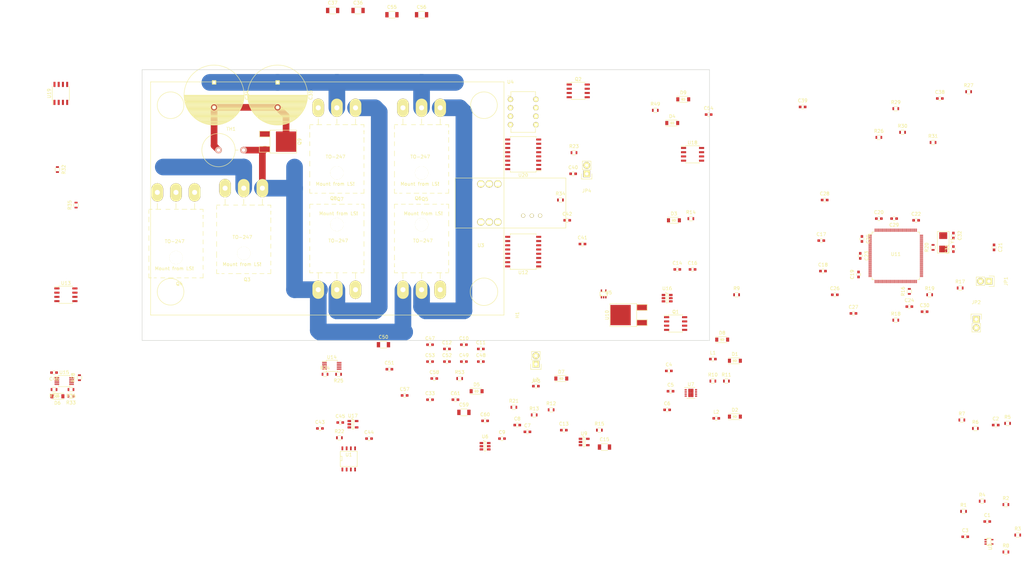
<source format=kicad_pcb>
(kicad_pcb (version 4) (host pcbnew 4.0.2+dfsg1-stable)
  (layers (0 F.Cu signal) (1 In1.Cu power) (2 In2.Cu power) (31 B.Cu signal) (34 B.Paste user) (35 F.Paste user) (36 B.SilkS user) (37 F.SilkS user) (38 B.Mask user) (39 F.Mask user) (44 Edge.Cuts user))
  (net 0 "")
  (net 1 "Net-(C1-Pad1)")
  (net 2 "Net-(C1-Pad2)")
  (net 3 "Net-(C2-Pad1)")
  (net 4 GND)
  (net 5 "Net-(C3-Pad2)")
  (net 6 +9V)
  (net 7 "Net-(C6-Pad1)")
  (net 8 GNDPWR)
  (net 9 +3V3)
  (net 10 "Net-(C21-Pad1)")
  (net 11 "Net-(C31-Pad1)")
  (net 12 "Net-(C32-Pad1)")
  (net 13 +5V_ISO)
  (net 14 +12V_ISO)
  (net 15 "Net-(C43-Pad1)")
  (net 16 "Net-(C43-Pad2)")
  (net 17 "Net-(C44-Pad1)")
  (net 18 "Net-(C44-Pad2)")
  (net 19 +12V)
  (net 20 "Net-(D1-Pad2)")
  (net 21 "Net-(C7-Pad1)")
  (net 22 "Net-(D3-Pad1)")
  (net 23 "Net-(C7-Pad2)")
  (net 24 -12V)
  (net 25 "Net-(Q3-Pad1)")
  (net 26 "Net-(Q4-Pad1)")
  (net 27 /h-bridge/VBUS)
  (net 28 /h-bridge/I_SENSE+)
  (net 29 "Net-(Q5-Pad1)")
  (net 30 "Net-(Q6-Pad1)")
  (net 31 /h-bridge/M-)
  (net 32 "Net-(Q7-Pad1)")
  (net 33 "Net-(Q8-Pad1)")
  (net 34 "Net-(R1-Pad2)")
  (net 35 "Net-(R4-Pad1)")
  (net 36 "Net-(R6-Pad1)")
  (net 37 "Net-(C9-Pad2)")
  (net 38 "Net-(C8-Pad2)")
  (net 39 "Net-(C11-Pad2)")
  (net 40 "Net-(P2-Pad1)")
  (net 41 "Net-(R18-Pad1)")
  (net 42 /mcu/JTAG_RST_N)
  (net 43 "Net-(R20-Pad2)")
  (net 44 "Net-(R22-Pad1)")
  (net 45 "Net-(R23-Pad1)")
  (net 46 "Net-(R24-Pad1)")
  (net 47 "Net-(R25-Pad1)")
  (net 48 /h-bridge/VBUS_EN_GD)
  (net 49 /h-bridge/VBUS_DIS_GD)
  (net 50 /h-bridge/PWM4_GD)
  (net 51 /h-bridge/PWM3_GD)
  (net 52 /h-bridge/PWM2_GD)
  (net 53 /h-bridge/PWM1_GD)
  (net 54 "Net-(R32-Pad2)")
  (net 55 "Net-(R35-Pad2)")
  (net 56 "Net-(R36-Pad1)")
  (net 57 "Net-(R37-Pad1)")
  (net 58 "Net-(U11-Pad1)")
  (net 59 "Net-(U11-Pad2)")
  (net 60 "Net-(U11-Pad3)")
  (net 61 "Net-(U11-Pad4)")
  (net 62 "Net-(U11-Pad5)")
  (net 63 "Net-(U11-Pad6)")
  (net 64 GNDA)
  (net 65 "Net-(U11-Pad11)")
  (net 66 "Net-(U11-Pad12)")
  (net 67 "Net-(U11-Pad13)")
  (net 68 "Net-(U11-Pad14)")
  (net 69 "Net-(U11-Pad15)")
  (net 70 "Net-(U11-Pad20)")
  (net 71 "Net-(U11-Pad21)")
  (net 72 "Net-(U11-Pad27)")
  (net 73 "Net-(U11-Pad29)")
  (net 74 "Net-(U11-Pad30)")
  (net 75 "Net-(U11-Pad31)")
  (net 76 "Net-(U11-Pad32)")
  (net 77 "Net-(U11-Pad42)")
  (net 78 "Net-(U11-Pad43)")
  (net 79 "Net-(U11-Pad46)")
  (net 80 "Net-(U11-Pad53)")
  (net 81 "Net-(U11-Pad54)")
  (net 82 "Net-(U11-Pad56)")
  (net 83 "Net-(U11-Pad57)")
  (net 84 "Net-(U11-Pad65)")
  (net 85 "Net-(U11-Pad67)")
  (net 86 "Net-(U11-Pad73)")
  (net 87 "Net-(U11-Pad74)")
  (net 88 "Net-(U11-Pad75)")
  (net 89 "Net-(U11-Pad76)")
  (net 90 "Net-(U11-Pad85)")
  (net 91 "Net-(U11-Pad86)")
  (net 92 "Net-(U11-Pad91)")
  (net 93 "Net-(U11-Pad92)")
  (net 94 "Net-(U11-Pad93)")
  (net 95 "Net-(U11-Pad94)")
  (net 96 /mcu/JTAG_TDO)
  (net 97 /mcu/JTAG_TDI)
  (net 98 /mcu/JTAG_TMS)
  (net 99 /mcu/JTAG_TCK)
  (net 100 "Net-(U11-Pad102)")
  (net 101 "Net-(U11-Pad103)")
  (net 102 "Net-(U11-Pad104)")
  (net 103 "Net-(U11-Pad105)")
  (net 104 "Net-(U11-Pad106)")
  (net 105 "Net-(U11-Pad107)")
  (net 106 "Net-(U11-Pad108)")
  (net 107 "Net-(U11-Pad109)")
  (net 108 "Net-(U11-Pad110)")
  (net 109 "Net-(U11-Pad111)")
  (net 110 "Net-(U11-Pad112)")
  (net 111 "Net-(U11-Pad116)")
  (net 112 "Net-(U11-Pad117)")
  (net 113 "Net-(U11-Pad118)")
  (net 114 "Net-(U11-Pad119)")
  (net 115 "Net-(U11-Pad120)")
  (net 116 "Net-(U11-Pad121)")
  (net 117 "Net-(U11-Pad128)")
  (net 118 "Net-(U4-Pad7)")
  (net 119 "Net-(U4-Pad8)")
  (net 120 /h-bridge/PWM1_MCU)
  (net 121 /h-bridge/PWM2_MCU)
  (net 122 /h-bridge/PWM3_MCU)
  (net 123 /h-bridge/PWM4_MCU)
  (net 124 /h-bridge/VBUS_DIS_MCU)
  (net 125 /h-bridge/VBUS_EN_MCU)
  (net 126 "Net-(R16-Pad2)")
  (net 127 /mcu/QEI_PHA)
  (net 128 /mcu/QEI_PHB)
  (net 129 /mcu/QEI_IDX)
  (net 130 /mcu/VBUS_MOTOR)
  (net 131 +BATT)
  (net 132 +5V)
  (net 133 "Net-(C16-Pad2)")
  (net 134 "Net-(D5-Pad1)")
  (net 135 "Net-(D8-Pad1)")
  (net 136 "Net-(D9-Pad1)")
  (net 137 GNDMBAT)
  (net 138 "Net-(R7-Pad1)")
  (net 139 "Net-(R8-Pad1)")
  (net 140 "Net-(Q9-Pad1)")
  (net 141 "Net-(R49-Pad1)")
  (net 142 /mcu/VBAT_CTRL)
  (net 143 +3.3VADC)
  (net 144 /mcu/I_SENSOR_OUT)
  (net 145 "Net-(U9-Pad4)")
  (net 146 /mcu/MCU_UART_RX)
  (net 147 /mcu/MCU_UART_TX)
  (net 148 /mcu/LED_3)
  (net 149 /mcu/LED_2)
  (net 150 /mcu/LED_1)
  (net 151 /mcu/LED_0)
  (net 152 /mcu/DEBUG_0)
  (net 153 /mcu/DEBUG_1)
  (net 154 /mcu/DEBUG_2)
  (net 155 /mcu/DEBUG_3)
  (net 156 /mcu/DEBUG_4)
  (net 157 /mcu/DEBUG_5)
  (net 158 /mcu/DEBUG_6)
  (net 159 /mcu/DEBUG_7)
  (net 160 "Net-(U11-Pad60)")
  (net 161 "Net-(U11-Pad61)")
  (net 162 /mcu/PWM_FAN)
  (net 163 "Net-(U11-Pad68)")
  (net 164 "Net-(U11-Pad81)")
  (net 165 /mcu/CAN_RX)
  (net 166 /mcu/CAN_TX)
  (net 167 /sensors/BRIDGE_TEMP)
  (net 168 /mcu/BRIDGE_TEMP)
  (net 169 "Net-(C34-Pad2)")
  (net 170 "Net-(C3-Pad1)")
  (net 171 "Net-(R52-Pad2)")
  (net 172 "Net-(R51-Pad2)")
  (net 173 /mcu/CAN_ID_0)
  (net 174 /mcu/CAN_ID_1)
  (net 175 "Net-(Q2-Pad4)")
  (net 176 "Net-(D10-Pad2)")
  (net 177 /h-bridge/VBUS_ST_GD)
  (net 178 /mcu/VBUS_ST_MCU)
  (net 179 /h-bridge/VBUS_ST_MCU)
  (net 180 "Net-(JP3-Pad2)")
  (net 181 "Net-(U12-Pad11)")
  (net 182 "Net-(JP4-Pad2)")
  (net 183 "Net-(Q1-Pad4)")
  (net 184 GNDCBAT)
  (net 185 "Net-(U13-Pad1)")
  (net 186 "Net-(U13-Pad8)")
  (net 187 "Net-(U16-Pad2)")
  (net 188 "Net-(U17-Pad4)")
  (net 189 "Net-(U18-Pad5)")
  (net 190 "Net-(P7-Pad2)")
  (net 191 "Net-(P7-Pad1)")
  (net 192 "Net-(R47-Pad1)")
  (net 193 "Net-(U19-Pad1)")
  (net 194 "Net-(U19-Pad5)")
  (net 195 "Net-(U19-Pad8)")
  (net 196 /h-bridge/BRAKE)
  (net 197 /h-bridge/I_SENSE-)
  (module 2kwMotorController:DHS-B10680-04A (layer F.Cu) (at 17.78 88.9 90)
    (fp_text reference H1 (at 0 110 90) (layer F.SilkS))
    (fp_text value DHS-B10680-04A hide)
  )
  (module Capacitors_SMD:C_0603 (layer F.Cu) (at 268.732 150.876)
    (fp_text reference C1 (at 0 -1.9) (layer F.SilkS))
    (fp_text value 47p)
    (pad 1 smd rect (at -0.75 0) (size 0.8 0.75) (layers F.Cu F.Paste F.Mask) (net 1 "Net-(C1-Pad1)"))
    (pad 2 smd rect (at 0.75 0) (size 0.8 0.75) (layers F.Cu F.Paste F.Mask) (net 2 "Net-(C1-Pad2)"))
  )
  (module Capacitors_SMD:C_0603 (layer F.Cu) (at 271.272 121.92)
    (fp_text reference C2 (at 0 -1.9) (layer F.SilkS))
    (fp_text value 27n)
    (pad 1 smd rect (at -0.75 0) (size 0.8 0.75) (layers F.Cu F.Paste F.Mask) (net 3 "Net-(C2-Pad1)"))
    (pad 2 smd rect (at 0.75 0) (size 0.8 0.75) (layers F.Cu F.Paste F.Mask) (net 4 GND))
  )
  (module Capacitors_SMD:C_0603 (layer F.Cu) (at 262.128 155.448)
    (fp_text reference C3 (at 0 -1.9) (layer F.SilkS))
    (fp_text value 47p)
    (pad 1 smd rect (at -0.75 0) (size 0.8 0.75) (layers F.Cu F.Paste F.Mask) (net 170 "Net-(C3-Pad1)"))
    (pad 2 smd rect (at 0.75 0) (size 0.8 0.75) (layers F.Cu F.Paste F.Mask) (net 5 "Net-(C3-Pad2)"))
  )
  (module Capacitors_SMD:C_0603 (layer F.Cu) (at 173.228 105.664)
    (fp_text reference C4 (at 0 -1.9) (layer F.SilkS))
    (fp_text value 1u)
    (pad 1 smd rect (at -0.75 0) (size 0.8 0.75) (layers F.Cu F.Paste F.Mask) (net 131 +BATT))
    (pad 2 smd rect (at 0.75 0) (size 0.8 0.75) (layers F.Cu F.Paste F.Mask) (net 4 GND))
  )
  (module Capacitors_SMD:C_0603 (layer F.Cu) (at 173.736 111.76)
    (fp_text reference C5 (at 0 -1.9) (layer F.SilkS))
    (fp_text value 4.7u)
    (pad 1 smd rect (at -0.75 0) (size 0.8 0.75) (layers F.Cu F.Paste F.Mask) (net 131 +BATT))
    (pad 2 smd rect (at 0.75 0) (size 0.8 0.75) (layers F.Cu F.Paste F.Mask) (net 4 GND))
  )
  (module Capacitors_SMD:C_0603 (layer F.Cu) (at 172.72 117.348)
    (fp_text reference C6 (at 0 -1.9) (layer F.SilkS))
    (fp_text value 100n)
    (pad 1 smd rect (at -0.75 0) (size 0.8 0.75) (layers F.Cu F.Paste F.Mask) (net 7 "Net-(C6-Pad1)"))
    (pad 2 smd rect (at 0.75 0) (size 0.8 0.75) (layers F.Cu F.Paste F.Mask) (net 4 GND))
  )
  (module Capacitors_SMD:C_0603 (layer F.Cu) (at 141.732 123.444)
    (fp_text reference C13 (at 0 -1.9) (layer F.SilkS))
    (fp_text value 100n)
    (pad 1 smd rect (at -0.75 0) (size 0.8 0.75) (layers F.Cu F.Paste F.Mask) (net 131 +BATT))
    (pad 2 smd rect (at 0.75 0) (size 0.8 0.75) (layers F.Cu F.Paste F.Mask) (net 4 GND))
  )
  (module Capacitors_SMD:C_0603 (layer F.Cu) (at 175.768 75.184)
    (fp_text reference C14 (at 0 -1.9) (layer F.SilkS))
    (fp_text value 1u)
    (pad 1 smd rect (at -0.75 0) (size 0.8 0.75) (layers F.Cu F.Paste F.Mask) (net 132 +5V))
    (pad 2 smd rect (at 0.75 0) (size 0.8 0.75) (layers F.Cu F.Paste F.Mask) (net 8 GNDPWR))
  )
  (module Capacitors_SMD:C_0603 (layer F.Cu) (at 180.34 75.184)
    (fp_text reference C16 (at 0 -1.9) (layer F.SilkS))
    (fp_text value 2.2u)
    (pad 1 smd rect (at -0.75 0) (size 0.8 0.75) (layers F.Cu F.Paste F.Mask) (net 9 +3V3))
    (pad 2 smd rect (at 0.75 0) (size 0.8 0.75) (layers F.Cu F.Paste F.Mask) (net 133 "Net-(C16-Pad2)"))
  )
  (module Capacitors_SMD:C_0603 (layer F.Cu) (at 218.948 66.548)
    (fp_text reference C17 (at 0 -1.9) (layer F.SilkS))
    (fp_text value 10u)
    (pad 1 smd rect (at -0.75 0) (size 0.8 0.75) (layers F.Cu F.Paste F.Mask) (net 9 +3V3))
    (pad 2 smd rect (at 0.75 0) (size 0.8 0.75) (layers F.Cu F.Paste F.Mask) (net 4 GND))
  )
  (module Capacitors_SMD:C_0603 (layer F.Cu) (at 219.456 75.692)
    (fp_text reference C18 (at 0 -1.9) (layer F.SilkS))
    (fp_text value 10u)
    (pad 1 smd rect (at -0.75 0) (size 0.8 0.75) (layers F.Cu F.Paste F.Mask) (net 9 +3V3))
    (pad 2 smd rect (at 0.75 0) (size 0.8 0.75) (layers F.Cu F.Paste F.Mask) (net 4 GND))
  )
  (module Capacitors_SMD:C_0603 (layer F.Cu) (at 230.124 76.708 90)
    (fp_text reference C19 (at 0 -1.9 90) (layer F.SilkS))
    (fp_text value 100n)
    (pad 1 smd rect (at -0.75 0 90) (size 0.8 0.75) (layers F.Cu F.Paste F.Mask) (net 9 +3V3))
    (pad 2 smd rect (at 0.75 0 90) (size 0.8 0.75) (layers F.Cu F.Paste F.Mask) (net 4 GND))
  )
  (module Capacitors_SMD:C_0603 (layer F.Cu) (at 236.22 59.944)
    (fp_text reference C20 (at 0 -1.9) (layer F.SilkS))
    (fp_text value 100n)
    (pad 1 smd rect (at -0.75 0) (size 0.8 0.75) (layers F.Cu F.Paste F.Mask) (net 9 +3V3))
    (pad 2 smd rect (at 0.75 0) (size 0.8 0.75) (layers F.Cu F.Paste F.Mask) (net 4 GND))
  )
  (module Capacitors_SMD:C_0603 (layer F.Cu) (at 270.764 68.58 270)
    (fp_text reference C21 (at 0 -1.9 270) (layer F.SilkS))
    (fp_text value 2.2u)
    (pad 1 smd rect (at -0.75 0 270) (size 0.8 0.75) (layers F.Cu F.Paste F.Mask) (net 10 "Net-(C21-Pad1)"))
    (pad 2 smd rect (at 0.75 0 270) (size 0.8 0.75) (layers F.Cu F.Paste F.Mask) (net 4 GND))
  )
  (module Capacitors_SMD:C_0603 (layer F.Cu) (at 247.396 60.452)
    (fp_text reference C22 (at 0 -1.9) (layer F.SilkS))
    (fp_text value 100n)
    (pad 1 smd rect (at -0.75 0) (size 0.8 0.75) (layers F.Cu F.Paste F.Mask) (net 9 +3V3))
    (pad 2 smd rect (at 0.75 0) (size 0.8 0.75) (layers F.Cu F.Paste F.Mask) (net 4 GND))
  )
  (module Capacitors_SMD:C_0603 (layer F.Cu) (at 230.632 71.12 270)
    (fp_text reference C23 (at 0 -1.9 270) (layer F.SilkS))
    (fp_text value 100n)
    (pad 1 smd rect (at -0.75 0 270) (size 0.8 0.75) (layers F.Cu F.Paste F.Mask) (net 9 +3V3))
    (pad 2 smd rect (at 0.75 0 270) (size 0.8 0.75) (layers F.Cu F.Paste F.Mask) (net 4 GND))
  )
  (module Capacitors_SMD:C_0603 (layer F.Cu) (at 245.364 86.36)
    (fp_text reference C24 (at 0 -1.9) (layer F.SilkS))
    (fp_text value 1u)
    (pad 1 smd rect (at -0.75 0) (size 0.8 0.75) (layers F.Cu F.Paste F.Mask) (net 10 "Net-(C21-Pad1)"))
    (pad 2 smd rect (at 0.75 0) (size 0.8 0.75) (layers F.Cu F.Paste F.Mask) (net 4 GND))
  )
  (module Capacitors_SMD:C_0603 (layer F.Cu) (at 231.14 66.04 270)
    (fp_text reference C25 (at 0 -1.9 270) (layer F.SilkS))
    (fp_text value 100n)
    (pad 1 smd rect (at -0.75 0 270) (size 0.8 0.75) (layers F.Cu F.Paste F.Mask) (net 9 +3V3))
    (pad 2 smd rect (at 0.75 0 270) (size 0.8 0.75) (layers F.Cu F.Paste F.Mask) (net 4 GND))
  )
  (module Capacitors_SMD:C_0603 (layer F.Cu) (at 223.012 82.804)
    (fp_text reference C26 (at 0 -1.9) (layer F.SilkS))
    (fp_text value 100n)
    (pad 1 smd rect (at -0.75 0) (size 0.8 0.75) (layers F.Cu F.Paste F.Mask) (net 9 +3V3))
    (pad 2 smd rect (at 0.75 0) (size 0.8 0.75) (layers F.Cu F.Paste F.Mask) (net 4 GND))
  )
  (module Capacitors_SMD:C_0603 (layer F.Cu) (at 228.6 88.392)
    (fp_text reference C27 (at 0 -1.9) (layer F.SilkS))
    (fp_text value 100n)
    (pad 1 smd rect (at -0.75 0) (size 0.8 0.75) (layers F.Cu F.Paste F.Mask) (net 10 "Net-(C21-Pad1)"))
    (pad 2 smd rect (at 0.75 0) (size 0.8 0.75) (layers F.Cu F.Paste F.Mask) (net 4 GND))
  )
  (module Capacitors_SMD:C_0603 (layer F.Cu) (at 219.964 54.356)
    (fp_text reference C28 (at 0 -1.9) (layer F.SilkS))
    (fp_text value 100n)
    (pad 1 smd rect (at -0.75 0) (size 0.8 0.75) (layers F.Cu F.Paste F.Mask) (net 9 +3V3))
    (pad 2 smd rect (at 0.75 0) (size 0.8 0.75) (layers F.Cu F.Paste F.Mask) (net 4 GND))
  )
  (module Capacitors_SMD:C_0603 (layer F.Cu) (at 240.792 59.944 180)
    (fp_text reference C29 (at 0 -1.9 180) (layer F.SilkS))
    (fp_text value 100n)
    (pad 1 smd rect (at -0.75 0 180) (size 0.8 0.75) (layers F.Cu F.Paste F.Mask) (net 9 +3V3))
    (pad 2 smd rect (at 0.75 0 180) (size 0.8 0.75) (layers F.Cu F.Paste F.Mask) (net 4 GND))
  )
  (module Capacitors_SMD:C_0603 (layer F.Cu) (at 249.936 87.884)
    (fp_text reference C30 (at 0 -1.9) (layer F.SilkS))
    (fp_text value 100n)
    (pad 1 smd rect (at -0.75 0) (size 0.8 0.75) (layers F.Cu F.Paste F.Mask) (net 10 "Net-(C21-Pad1)"))
    (pad 2 smd rect (at 0.75 0) (size 0.8 0.75) (layers F.Cu F.Paste F.Mask) (net 4 GND))
  )
  (module Capacitors_SMD:C_0603 (layer F.Cu) (at 258.572 69.088 90)
    (fp_text reference C31 (at 0 -1.9 90) (layer F.SilkS))
    (fp_text value 10p)
    (pad 1 smd rect (at -0.75 0 90) (size 0.8 0.75) (layers F.Cu F.Paste F.Mask) (net 11 "Net-(C31-Pad1)"))
    (pad 2 smd rect (at 0.75 0 90) (size 0.8 0.75) (layers F.Cu F.Paste F.Mask) (net 4 GND))
  )
  (module Capacitors_SMD:C_0603 (layer F.Cu) (at 258.572 65.024 270)
    (fp_text reference C32 (at 0 -1.9 270) (layer F.SilkS))
    (fp_text value 10p)
    (pad 1 smd rect (at -0.75 0 270) (size 0.8 0.75) (layers F.Cu F.Paste F.Mask) (net 12 "Net-(C32-Pad1)"))
    (pad 2 smd rect (at 0.75 0 270) (size 0.8 0.75) (layers F.Cu F.Paste F.Mask) (net 4 GND))
  )
  (module Capacitors_SMD:C_0603 (layer F.Cu) (at 254.508 23.876)
    (fp_text reference C38 (at 0 -1.9) (layer F.SilkS))
    (fp_text value 100n)
    (pad 1 smd rect (at -0.75 0) (size 0.8 0.75) (layers F.Cu F.Paste F.Mask) (net 9 +3V3))
    (pad 2 smd rect (at 0.75 0) (size 0.8 0.75) (layers F.Cu F.Paste F.Mask) (net 4 GND))
  )
  (module Capacitors_SMD:C_0603 (layer F.Cu) (at 213.36 26.416)
    (fp_text reference C39 (at 0 -1.9) (layer F.SilkS))
    (fp_text value 100n)
    (pad 1 smd rect (at -0.75 0) (size 0.8 0.75) (layers F.Cu F.Paste F.Mask) (net 13 +5V_ISO))
    (pad 2 smd rect (at 0.75 0) (size 0.8 0.75) (layers F.Cu F.Paste F.Mask) (net 8 GNDPWR))
  )
  (module Capacitors_SMD:C_0603 (layer F.Cu) (at 144.526 46.482)
    (fp_text reference C40 (at 0 -1.9) (layer F.SilkS))
    (fp_text value 10u)
    (pad 1 smd rect (at -0.75 0) (size 0.8 0.75) (layers F.Cu F.Paste F.Mask) (net 14 +12V_ISO))
    (pad 2 smd rect (at 0.75 0) (size 0.8 0.75) (layers F.Cu F.Paste F.Mask) (net 8 GNDPWR))
  )
  (module Capacitors_SMD:C_0603 (layer F.Cu) (at 147.32 67.564)
    (fp_text reference C41 (at 0 -1.9) (layer F.SilkS))
    (fp_text value 100n)
    (pad 1 smd rect (at -0.75 0) (size 0.8 0.75) (layers F.Cu F.Paste F.Mask) (net 14 +12V_ISO))
    (pad 2 smd rect (at 0.75 0) (size 0.8 0.75) (layers F.Cu F.Paste F.Mask) (net 8 GNDPWR))
  )
  (module Capacitors_SMD:C_0603 (layer F.Cu) (at 142.748 60.452)
    (fp_text reference C42 (at 0 -1.9) (layer F.SilkS))
    (fp_text value 100n)
    (pad 1 smd rect (at -0.75 0) (size 0.8 0.75) (layers F.Cu F.Paste F.Mask) (net 14 +12V_ISO))
    (pad 2 smd rect (at 0.75 0) (size 0.8 0.75) (layers F.Cu F.Paste F.Mask) (net 8 GNDPWR))
  )
  (module Capacitors_SMD:C_0603 (layer F.Cu) (at 68.58 122.936)
    (fp_text reference C43 (at 0 -1.9) (layer F.SilkS))
    (fp_text value 1u)
    (pad 1 smd rect (at -0.75 0) (size 0.8 0.75) (layers F.Cu F.Paste F.Mask) (net 15 "Net-(C43-Pad1)"))
    (pad 2 smd rect (at 0.75 0) (size 0.8 0.75) (layers F.Cu F.Paste F.Mask) (net 16 "Net-(C43-Pad2)"))
  )
  (module Capacitors_SMD:C_0603 (layer F.Cu) (at 83.312 125.984)
    (fp_text reference C44 (at 0 -1.9) (layer F.SilkS))
    (fp_text value 1u)
    (pad 1 smd rect (at -0.75 0) (size 0.8 0.75) (layers F.Cu F.Paste F.Mask) (net 17 "Net-(C44-Pad1)"))
    (pad 2 smd rect (at 0.75 0) (size 0.8 0.75) (layers F.Cu F.Paste F.Mask) (net 18 "Net-(C44-Pad2)"))
  )
  (module Capacitors_SMD:C_0603 (layer F.Cu) (at 74.676 121.158)
    (fp_text reference C45 (at 0 -1.9) (layer F.SilkS))
    (fp_text value 100n)
    (pad 1 smd rect (at -0.75 0) (size 0.8 0.75) (layers F.Cu F.Paste F.Mask) (net 14 +12V_ISO))
    (pad 2 smd rect (at 0.75 0) (size 0.8 0.75) (layers F.Cu F.Paste F.Mask) (net 8 GNDPWR))
  )
  (module Capacitors_SMD:C_0603 (layer F.Cu) (at -11.176 106.172 180)
    (fp_text reference C46 (at 0 -1.9 180) (layer F.SilkS))
    (fp_text value 10u)
    (pad 1 smd rect (at -0.75 0 180) (size 0.8 0.75) (layers F.Cu F.Paste F.Mask) (net 14 +12V_ISO))
    (pad 2 smd rect (at 0.75 0 180) (size 0.8 0.75) (layers F.Cu F.Paste F.Mask) (net 8 GNDPWR))
  )
  (module Diodes_SMD:SOD-123 (layer F.Cu) (at 193.04 102.616)
    (fp_text reference D1 (at 0 -2) (layer F.SilkS))
    (fp_text value MBRM-120)
    (pad 1 smd rect (at -1.635 0) (size 0.91 1.22) (layers F.Cu F.Paste F.Mask) (net 19 +12V))
    (pad 2 smd rect (at 1.635 0) (size 0.91 1.22) (layers F.Cu F.Paste F.Mask) (net 20 "Net-(D1-Pad2)"))
  )
  (module Diodes_SMD:SOD-123 (layer F.Cu) (at 193.04 119.38)
    (fp_text reference D2 (at 0 -2) (layer F.SilkS))
    (fp_text value MBRM-120)
    (pad 1 smd rect (at -1.635 0) (size 0.91 1.22) (layers F.Cu F.Paste F.Mask) (net 4 GND))
    (pad 2 smd rect (at 1.635 0) (size 0.91 1.22) (layers F.Cu F.Paste F.Mask) (net 21 "Net-(C7-Pad1)"))
  )
  (module Diodes_SMD:SOD-123 (layer F.Cu) (at 174.752 60.452)
    (fp_text reference D3 (at 0 -2) (layer F.SilkS))
    (fp_text value LED)
    (pad 1 smd rect (at -1.635 0) (size 0.91 1.22) (layers F.Cu F.Paste F.Mask) (net 22 "Net-(D3-Pad1)"))
    (pad 2 smd rect (at 1.635 0) (size 0.91 1.22) (layers F.Cu F.Paste F.Mask) (net 14 +12V_ISO))
  )
  (module Diodes_SMD:SOD-123 (layer F.Cu) (at -10.16 113.284 180)
    (fp_text reference D6 (at 0 -2 180) (layer F.SilkS))
    (fp_text value S210F)
    (pad 1 smd rect (at -1.635 0 180) (size 0.91 1.22) (layers F.Cu F.Paste F.Mask) (net 16 "Net-(C43-Pad2)"))
    (pad 2 smd rect (at 1.635 0 180) (size 0.91 1.22) (layers F.Cu F.Paste F.Mask) (net 8 GNDPWR))
  )
  (module Diodes_SMD:SOD-123 (layer F.Cu) (at 140.97 107.95)
    (fp_text reference D7 (at 0 -2) (layer F.SilkS))
    (fp_text value S210F)
    (pad 1 smd rect (at -1.635 0) (size 0.91 1.22) (layers F.Cu F.Paste F.Mask) (net 18 "Net-(C44-Pad2)"))
    (pad 2 smd rect (at 1.635 0) (size 0.91 1.22) (layers F.Cu F.Paste F.Mask) (net 8 GNDPWR))
  )
  (module Capacitors_SMD:C_0603 (layer F.Cu) (at 186.436 102.108)
    (fp_text reference L1 (at 0 -1.9) (layer F.SilkS))
    (fp_text value 10u)
    (pad 1 smd rect (at -0.75 0) (size 0.8 0.75) (layers F.Cu F.Paste F.Mask) (net 131 +BATT))
    (pad 2 smd rect (at 0.75 0) (size 0.8 0.75) (layers F.Cu F.Paste F.Mask) (net 20 "Net-(D1-Pad2)"))
  )
  (module Capacitors_SMD:C_0603 (layer F.Cu) (at 187.452 119.888)
    (fp_text reference L2 (at 0 -1.9) (layer F.SilkS))
    (fp_text value 10u)
    (pad 1 smd rect (at -0.75 0) (size 0.8 0.75) (layers F.Cu F.Paste F.Mask) (net 131 +BATT))
    (pad 2 smd rect (at 0.75 0) (size 0.8 0.75) (layers F.Cu F.Paste F.Mask) (net 23 "Net-(C7-Pad2)"))
  )
  (module Capacitors_SMD:C_0603 (layer F.Cu) (at 133.35 110.236)
    (fp_text reference L3 (at 0 -1.9) (layer F.SilkS))
    (fp_text value 10u)
    (pad 1 smd rect (at -0.75 0) (size 0.8 0.75) (layers F.Cu F.Paste F.Mask) (net 21 "Net-(C7-Pad1)"))
    (pad 2 smd rect (at 0.75 0) (size 0.8 0.75) (layers F.Cu F.Paste F.Mask) (net 24 -12V))
  )
  (module TO_SOT_Packages_THT:TO-247_Horizontal_Neutral123_MountFromLS_largePads (layer F.Cu) (at 45.72 50.8 180)
    (fp_text reference Q3 (at -1.016 -27.432 180) (layer F.SilkS))
    (fp_text value IRFP4468)
    (fp_text user "Mount from LS!" (at 0.508 -22.86 180) (layer F.SilkS))
    (fp_text user TO-247 (at 0.4064 -14.7066 180) (layer F.SilkS))
    (pad 2 thru_hole oval (at 0 0 270) (size 5.50164 3.50012) (drill 1.50114) (layers *.Cu *.Mask F.SilkS) (net 137 GNDMBAT))
    (pad 3 thru_hole oval (at -5.588 0 270) (size 5.50164 3.50012) (drill 1.50114) (layers *.Cu *.Mask F.SilkS) (net 8 GNDPWR))
    (pad 1 thru_hole oval (at 5.588 0 270) (size 5.50164 3.50012) (drill 1.50114) (layers *.Cu *.Mask F.SilkS) (net 25 "Net-(Q3-Pad1)"))
    (pad "" np_thru_hole circle (at 0 -19.558 180) (size 4.0005 4.0005) (drill 4.0005) (layers *.Cu *.Mask F.SilkS))
  )
  (module TO_SOT_Packages_THT:TO-247_Horizontal_Neutral123_MountFromLS_largePads (layer F.Cu) (at 25.4 52.07 180)
    (fp_text reference Q4 (at -1.016 -27.432 180) (layer F.SilkS))
    (fp_text value IRFP4468)
    (fp_text user "Mount from LS!" (at 0.508 -22.86 180) (layer F.SilkS))
    (fp_text user TO-247 (at 0.4064 -14.7066 180) (layer F.SilkS))
    (pad 2 thru_hole oval (at 0 0 270) (size 5.50164 3.50012) (drill 1.50114) (layers *.Cu *.Mask F.SilkS) (net 196 /h-bridge/BRAKE))
    (pad 3 thru_hole oval (at -5.588 0 270) (size 5.50164 3.50012) (drill 1.50114) (layers *.Cu *.Mask F.SilkS) (net 8 GNDPWR))
    (pad 1 thru_hole oval (at 5.588 0 270) (size 5.50164 3.50012) (drill 1.50114) (layers *.Cu *.Mask F.SilkS) (net 26 "Net-(Q4-Pad1)"))
    (pad "" np_thru_hole circle (at 0 -19.558 180) (size 4.0005 4.0005) (drill 4.0005) (layers *.Cu *.Mask F.SilkS))
  )
  (module TO_SOT_Packages_THT:TO-247_Horizontal_Neutral123_MountFromLS_largePads (layer F.Cu) (at 99.06 26.67 180)
    (fp_text reference Q5 (at -1.016 -27.432 180) (layer F.SilkS))
    (fp_text value IRFP4468)
    (fp_text user "Mount from LS!" (at 0.508 -22.86 180) (layer F.SilkS))
    (fp_text user TO-247 (at 0.4064 -14.7066 180) (layer F.SilkS))
    (pad 2 thru_hole oval (at 0 0 270) (size 5.50164 3.50012) (drill 1.50114) (layers *.Cu *.Mask F.SilkS) (net 27 /h-bridge/VBUS))
    (pad 3 thru_hole oval (at -5.588 0 270) (size 5.50164 3.50012) (drill 1.50114) (layers *.Cu *.Mask F.SilkS) (net 28 /h-bridge/I_SENSE+))
    (pad 1 thru_hole oval (at 5.588 0 270) (size 5.50164 3.50012) (drill 1.50114) (layers *.Cu *.Mask F.SilkS) (net 29 "Net-(Q5-Pad1)"))
    (pad "" np_thru_hole circle (at 0 -19.558 180) (size 4.0005 4.0005) (drill 4.0005) (layers *.Cu *.Mask F.SilkS))
  )
  (module TO_SOT_Packages_THT:TO-247_Horizontal_Neutral123_MountFromLS_largePads (layer F.Cu) (at 99.06 81.28)
    (fp_text reference Q6 (at -1.016 -27.432) (layer F.SilkS))
    (fp_text value IRFP4468)
    (fp_text user "Mount from LS!" (at 0.508 -22.86) (layer F.SilkS))
    (fp_text user TO-247 (at 0.4064 -14.7066) (layer F.SilkS))
    (pad 2 thru_hole oval (at 0 0 90) (size 5.50164 3.50012) (drill 1.50114) (layers *.Cu *.Mask F.SilkS) (net 28 /h-bridge/I_SENSE+))
    (pad 3 thru_hole oval (at -5.588 0 90) (size 5.50164 3.50012) (drill 1.50114) (layers *.Cu *.Mask F.SilkS) (net 8 GNDPWR))
    (pad 1 thru_hole oval (at 5.588 0 90) (size 5.50164 3.50012) (drill 1.50114) (layers *.Cu *.Mask F.SilkS) (net 30 "Net-(Q6-Pad1)"))
    (pad "" np_thru_hole circle (at 0 -19.558) (size 4.0005 4.0005) (drill 4.0005) (layers *.Cu *.Mask F.SilkS))
  )
  (module TO_SOT_Packages_THT:TO-247_Horizontal_Neutral123_MountFromLS_largePads (layer F.Cu) (at 73.66 26.67 180)
    (fp_text reference Q7 (at -1.016 -27.432 180) (layer F.SilkS))
    (fp_text value IRFP4468)
    (fp_text user "Mount from LS!" (at 0.508 -22.86 180) (layer F.SilkS))
    (fp_text user TO-247 (at 0.4064 -14.7066 180) (layer F.SilkS))
    (pad 2 thru_hole oval (at 0 0 270) (size 5.50164 3.50012) (drill 1.50114) (layers *.Cu *.Mask F.SilkS) (net 27 /h-bridge/VBUS))
    (pad 3 thru_hole oval (at -5.588 0 270) (size 5.50164 3.50012) (drill 1.50114) (layers *.Cu *.Mask F.SilkS) (net 31 /h-bridge/M-))
    (pad 1 thru_hole oval (at 5.588 0 270) (size 5.50164 3.50012) (drill 1.50114) (layers *.Cu *.Mask F.SilkS) (net 32 "Net-(Q7-Pad1)"))
    (pad "" np_thru_hole circle (at 0 -19.558 180) (size 4.0005 4.0005) (drill 4.0005) (layers *.Cu *.Mask F.SilkS))
  )
  (module TO_SOT_Packages_THT:TO-247_Horizontal_Neutral123_MountFromLS_largePads (layer F.Cu) (at 73.66 81.28)
    (fp_text reference Q8 (at -1.016 -27.432) (layer F.SilkS))
    (fp_text value IRFP4468)
    (fp_text user "Mount from LS!" (at 0.508 -22.86) (layer F.SilkS))
    (fp_text user TO-247 (at 0.4064 -14.7066) (layer F.SilkS))
    (pad 2 thru_hole oval (at 0 0 90) (size 5.50164 3.50012) (drill 1.50114) (layers *.Cu *.Mask F.SilkS) (net 31 /h-bridge/M-))
    (pad 3 thru_hole oval (at -5.588 0 90) (size 5.50164 3.50012) (drill 1.50114) (layers *.Cu *.Mask F.SilkS) (net 8 GNDPWR))
    (pad 1 thru_hole oval (at 5.588 0 90) (size 5.50164 3.50012) (drill 1.50114) (layers *.Cu *.Mask F.SilkS) (net 33 "Net-(Q8-Pad1)"))
    (pad "" np_thru_hole circle (at 0 -19.558) (size 4.0005 4.0005) (drill 4.0005) (layers *.Cu *.Mask F.SilkS))
  )
  (module Resistors_SMD:R_0603 (layer F.Cu) (at 261.62 147.828)
    (fp_text reference R1 (at 0 -1.9) (layer F.SilkS))
    (fp_text value 270k)
    (pad 1 smd rect (at -0.75 0) (size 0.5 0.9) (layers F.Cu F.Paste F.Mask) (net 6 +9V))
    (pad 2 smd rect (at 0.75 0) (size 0.5 0.9) (layers F.Cu F.Paste F.Mask) (net 34 "Net-(R1-Pad2)"))
  )
  (module Resistors_SMD:R_0603 (layer F.Cu) (at 274.32 145.796)
    (fp_text reference R2 (at 0 -1.9) (layer F.SilkS))
    (fp_text value 100k)
    (pad 1 smd rect (at -0.75 0) (size 0.5 0.9) (layers F.Cu F.Paste F.Mask) (net 34 "Net-(R1-Pad2)"))
    (pad 2 smd rect (at 0.75 0) (size 0.5 0.9) (layers F.Cu F.Paste F.Mask) (net 4 GND))
  )
  (module Resistors_SMD:R_0603 (layer F.Cu) (at 277.876 154.94)
    (fp_text reference R3 (at 0 -1.9) (layer F.SilkS))
    (fp_text value 1.2M)
    (pad 1 smd rect (at -0.75 0) (size 0.5 0.9) (layers F.Cu F.Paste F.Mask) (net 2 "Net-(C1-Pad2)"))
    (pad 2 smd rect (at 0.75 0) (size 0.5 0.9) (layers F.Cu F.Paste F.Mask) (net 27 /h-bridge/VBUS))
  )
  (module Resistors_SMD:R_0603 (layer F.Cu) (at 267.208 144.78)
    (fp_text reference R4 (at 0 -1.9) (layer F.SilkS))
    (fp_text value 470)
    (pad 1 smd rect (at -0.75 0) (size 0.5 0.9) (layers F.Cu F.Paste F.Mask) (net 35 "Net-(R4-Pad1)"))
    (pad 2 smd rect (at 0.75 0) (size 0.5 0.9) (layers F.Cu F.Paste F.Mask) (net 1 "Net-(C1-Pad1)"))
  )
  (module Resistors_SMD:R_0603 (layer F.Cu) (at 274.828 121.412)
    (fp_text reference R5 (at 0 -1.9) (layer F.SilkS))
    (fp_text value 59.0)
    (pad 1 smd rect (at -0.75 0) (size 0.5 0.9) (layers F.Cu F.Paste F.Mask) (net 3 "Net-(C2-Pad1)"))
    (pad 2 smd rect (at 0.75 0) (size 0.5 0.9) (layers F.Cu F.Paste F.Mask) (net 4 GND))
  )
  (module Resistors_SMD:R_0603 (layer F.Cu) (at 265.176 122.936)
    (fp_text reference R6 (at 0 -1.9) (layer F.SilkS))
    (fp_text value 10k)
    (pad 1 smd rect (at -0.75 0) (size 0.5 0.9) (layers F.Cu F.Paste F.Mask) (net 36 "Net-(R6-Pad1)"))
    (pad 2 smd rect (at 0.75 0) (size 0.5 0.9) (layers F.Cu F.Paste F.Mask) (net 9 +3V3))
  )
  (module Resistors_SMD:R_0603 (layer F.Cu) (at 261.112 120.396)
    (fp_text reference R7 (at 0 -1.9) (layer F.SilkS))
    (fp_text value 10k)
    (pad 1 smd rect (at -0.75 0) (size 0.5 0.9) (layers F.Cu F.Paste F.Mask) (net 138 "Net-(R7-Pad1)"))
    (pad 2 smd rect (at 0.75 0) (size 0.5 0.9) (layers F.Cu F.Paste F.Mask) (net 3 "Net-(C2-Pad1)"))
  )
  (module Resistors_SMD:R_0603 (layer F.Cu) (at 274.32 160.02)
    (fp_text reference R8 (at 0 -1.9) (layer F.SilkS))
    (fp_text value 39k)
    (pad 1 smd rect (at -0.75 0) (size 0.5 0.9) (layers F.Cu F.Paste F.Mask) (net 139 "Net-(R8-Pad1)"))
    (pad 2 smd rect (at 0.75 0) (size 0.5 0.9) (layers F.Cu F.Paste F.Mask) (net 5 "Net-(C3-Pad2)"))
  )
  (module Resistors_SMD:R_0603 (layer F.Cu) (at 193.548 82.804)
    (fp_text reference R9 (at 0 -1.9) (layer F.SilkS))
    (fp_text value 100)
    (pad 1 smd rect (at -0.75 0) (size 0.5 0.9) (layers F.Cu F.Paste F.Mask) (net 131 +BATT))
    (pad 2 smd rect (at 0.75 0) (size 0.5 0.9) (layers F.Cu F.Paste F.Mask) (net 183 "Net-(Q1-Pad4)"))
  )
  (module Resistors_SMD:R_0603 (layer F.Cu) (at 186.436 108.712)
    (fp_text reference R10 (at 0 -1.9) (layer F.SilkS))
    (fp_text value 110k)
    (pad 1 smd rect (at -0.75 0) (size 0.5 0.9) (layers F.Cu F.Paste F.Mask) (net 19 +12V))
    (pad 2 smd rect (at 0.75 0) (size 0.5 0.9) (layers F.Cu F.Paste F.Mask) (net 37 "Net-(C9-Pad2)"))
  )
  (module Resistors_SMD:R_0603 (layer F.Cu) (at 190.5 108.712)
    (fp_text reference R11 (at 0 -1.9) (layer F.SilkS))
    (fp_text value 10k)
    (pad 1 smd rect (at -0.75 0) (size 0.5 0.9) (layers F.Cu F.Paste F.Mask) (net 4 GND))
    (pad 2 smd rect (at 0.75 0) (size 0.5 0.9) (layers F.Cu F.Paste F.Mask) (net 37 "Net-(C9-Pad2)"))
  )
  (module Resistors_SMD:R_0603 (layer F.Cu) (at 137.922 117.348)
    (fp_text reference R12 (at 0 -1.9) (layer F.SilkS))
    (fp_text value 10k)
    (pad 1 smd rect (at -0.75 0) (size 0.5 0.9) (layers F.Cu F.Paste F.Mask) (net 38 "Net-(C8-Pad2)"))
    (pad 2 smd rect (at 0.75 0) (size 0.5 0.9) (layers F.Cu F.Paste F.Mask) (net 39 "Net-(C11-Pad2)"))
  )
  (module Resistors_SMD:R_0603 (layer F.Cu) (at 132.842 118.872)
    (fp_text reference R13 (at 0 -1.9) (layer F.SilkS))
    (fp_text value 120k)
    (pad 1 smd rect (at -0.75 0) (size 0.5 0.9) (layers F.Cu F.Paste F.Mask) (net 39 "Net-(C11-Pad2)"))
    (pad 2 smd rect (at 0.75 0) (size 0.5 0.9) (layers F.Cu F.Paste F.Mask) (net 24 -12V))
  )
  (module Resistors_SMD:R_0603 (layer F.Cu) (at 179.832 59.944)
    (fp_text reference R14 (at 0 -1.9) (layer F.SilkS))
    (fp_text value 1.8k)
    (pad 1 smd rect (at -0.75 0) (size 0.5 0.9) (layers F.Cu F.Paste F.Mask) (net 22 "Net-(D3-Pad1)"))
    (pad 2 smd rect (at 0.75 0) (size 0.5 0.9) (layers F.Cu F.Paste F.Mask) (net 8 GNDPWR))
  )
  (module Resistors_SMD:R_0603 (layer F.Cu) (at 152.4 123.444)
    (fp_text reference R15 (at 0 -1.9) (layer F.SilkS))
    (fp_text value 10k)
    (pad 1 smd rect (at -0.75 0) (size 0.5 0.9) (layers F.Cu F.Paste F.Mask) (net 7 "Net-(C6-Pad1)"))
    (pad 2 smd rect (at 0.75 0) (size 0.5 0.9) (layers F.Cu F.Paste F.Mask) (net 131 +BATT))
  )
  (module Resistors_SMD:R_0603 (layer F.Cu) (at 260.604 80.772)
    (fp_text reference R17 (at 0 -1.9) (layer F.SilkS))
    (fp_text value 100)
    (pad 1 smd rect (at -0.75 0) (size 0.5 0.9) (layers F.Cu F.Paste F.Mask) (net 9 +3V3))
    (pad 2 smd rect (at 0.75 0) (size 0.5 0.9) (layers F.Cu F.Paste F.Mask) (net 40 "Net-(P2-Pad1)"))
  )
  (module Resistors_SMD:R_0603 (layer F.Cu) (at 241.3 90.424)
    (fp_text reference R18 (at 0 -1.9) (layer F.SilkS))
    (fp_text value 470)
    (pad 1 smd rect (at -0.75 0) (size 0.5 0.9) (layers F.Cu F.Paste F.Mask) (net 41 "Net-(R18-Pad1)"))
    (pad 2 smd rect (at 0.75 0) (size 0.5 0.9) (layers F.Cu F.Paste F.Mask) (net 4 GND))
  )
  (module Resistors_SMD:R_0603 (layer F.Cu) (at 251.46 82.804)
    (fp_text reference R19 (at 0 -1.9) (layer F.SilkS))
    (fp_text value 10k)
    (pad 1 smd rect (at -0.75 0) (size 0.5 0.9) (layers F.Cu F.Paste F.Mask) (net 9 +3V3))
    (pad 2 smd rect (at 0.75 0) (size 0.5 0.9) (layers F.Cu F.Paste F.Mask) (net 42 /mcu/JTAG_RST_N))
  )
  (module Resistors_SMD:R_0603 (layer F.Cu) (at 252.476 68.58 90)
    (fp_text reference R20 (at 0 -1.9 90) (layer F.SilkS))
    (fp_text value 1k)
    (pad 1 smd rect (at -0.75 0 90) (size 0.5 0.9) (layers F.Cu F.Paste F.Mask) (net 11 "Net-(C31-Pad1)"))
    (pad 2 smd rect (at 0.75 0 90) (size 0.5 0.9) (layers F.Cu F.Paste F.Mask) (net 43 "Net-(R20-Pad2)"))
  )
  (module Resistors_SMD:R_0603 (layer F.Cu) (at 126.746 116.586)
    (fp_text reference R21 (at 0 -1.9) (layer F.SilkS))
    (fp_text value 1)
    (pad 1 smd rect (at -0.75 0) (size 0.5 0.9) (layers F.Cu F.Paste F.Mask) (net 27 /h-bridge/VBUS))
    (pad 2 smd rect (at 0.75 0) (size 0.5 0.9) (layers F.Cu F.Paste F.Mask) (net 196 /h-bridge/BRAKE))
  )
  (module Resistors_SMD:R_0603 (layer F.Cu) (at 74.422 125.73)
    (fp_text reference R22 (at 0 -1.9) (layer F.SilkS))
    (fp_text value 2.2)
    (pad 1 smd rect (at -0.75 0) (size 0.5 0.9) (layers F.Cu F.Paste F.Mask) (net 44 "Net-(R22-Pad1)"))
    (pad 2 smd rect (at 0.75 0) (size 0.5 0.9) (layers F.Cu F.Paste F.Mask) (net 140 "Net-(Q9-Pad1)"))
  )
  (module Resistors_SMD:R_0603 (layer F.Cu) (at 144.78 40.132)
    (fp_text reference R23 (at 0 -1.9) (layer F.SilkS))
    (fp_text value 2.2)
    (pad 1 smd rect (at -0.75 0) (size 0.5 0.9) (layers F.Cu F.Paste F.Mask) (net 45 "Net-(R23-Pad1)"))
    (pad 2 smd rect (at 0.75 0) (size 0.5 0.9) (layers F.Cu F.Paste F.Mask) (net 26 "Net-(Q4-Pad1)"))
  )
  (module Resistors_SMD:R_0603 (layer F.Cu) (at 70.104 106.68)
    (fp_text reference R24 (at 0 -1.9) (layer F.SilkS))
    (fp_text value 10k)
    (pad 1 smd rect (at -0.75 0) (size 0.5 0.9) (layers F.Cu F.Paste F.Mask) (net 46 "Net-(R24-Pad1)"))
    (pad 2 smd rect (at 0.75 0) (size 0.5 0.9) (layers F.Cu F.Paste F.Mask) (net 8 GNDPWR))
  )
  (module Resistors_SMD:R_0603 (layer F.Cu) (at 74.168 106.68 180)
    (fp_text reference R25 (at 0 -1.9 180) (layer F.SilkS))
    (fp_text value 10k)
    (pad 1 smd rect (at -0.75 0 180) (size 0.5 0.9) (layers F.Cu F.Paste F.Mask) (net 47 "Net-(R25-Pad1)"))
    (pad 2 smd rect (at 0.75 0 180) (size 0.5 0.9) (layers F.Cu F.Paste F.Mask) (net 8 GNDPWR))
  )
  (module Resistors_SMD:R_0603 (layer F.Cu) (at 236.22 35.56)
    (fp_text reference R26 (at 0 -1.9) (layer F.SilkS))
    (fp_text value 10k)
    (pad 1 smd rect (at -0.75 0) (size 0.5 0.9) (layers F.Cu F.Paste F.Mask) (net 48 /h-bridge/VBUS_EN_GD))
    (pad 2 smd rect (at 0.75 0) (size 0.5 0.9) (layers F.Cu F.Paste F.Mask) (net 8 GNDPWR))
  )
  (module Resistors_SMD:R_0603 (layer F.Cu) (at 263.144 21.844)
    (fp_text reference R27 (at 0 -1.9) (layer F.SilkS))
    (fp_text value 10k)
    (pad 1 smd rect (at -0.75 0) (size 0.5 0.9) (layers F.Cu F.Paste F.Mask) (net 49 /h-bridge/VBUS_DIS_GD))
    (pad 2 smd rect (at 0.75 0) (size 0.5 0.9) (layers F.Cu F.Paste F.Mask) (net 8 GNDPWR))
  )
  (module Resistors_SMD:R_0603 (layer F.Cu) (at -3.556 107.696 90)
    (fp_text reference R28 (at 0 -1.9 90) (layer F.SilkS))
    (fp_text value 10k)
    (pad 1 smd rect (at -0.75 0 90) (size 0.5 0.9) (layers F.Cu F.Paste F.Mask) (net 50 /h-bridge/PWM4_GD))
    (pad 2 smd rect (at 0.75 0 90) (size 0.5 0.9) (layers F.Cu F.Paste F.Mask) (net 8 GNDPWR))
  )
  (module Resistors_SMD:R_0603 (layer F.Cu) (at 241.3 26.924)
    (fp_text reference R29 (at 0 -1.9) (layer F.SilkS))
    (fp_text value 10k)
    (pad 1 smd rect (at -0.75 0) (size 0.5 0.9) (layers F.Cu F.Paste F.Mask) (net 51 /h-bridge/PWM3_GD))
    (pad 2 smd rect (at 0.75 0) (size 0.5 0.9) (layers F.Cu F.Paste F.Mask) (net 8 GNDPWR))
  )
  (module Resistors_SMD:R_0603 (layer F.Cu) (at 243.332 34.036)
    (fp_text reference R30 (at 0 -1.9) (layer F.SilkS))
    (fp_text value 10k)
    (pad 1 smd rect (at -0.75 0) (size 0.5 0.9) (layers F.Cu F.Paste F.Mask) (net 52 /h-bridge/PWM2_GD))
    (pad 2 smd rect (at 0.75 0) (size 0.5 0.9) (layers F.Cu F.Paste F.Mask) (net 8 GNDPWR))
  )
  (module Resistors_SMD:R_0603 (layer F.Cu) (at 252.476 37.084)
    (fp_text reference R31 (at 0 -1.9) (layer F.SilkS))
    (fp_text value 10k)
    (pad 1 smd rect (at -0.75 0) (size 0.5 0.9) (layers F.Cu F.Paste F.Mask) (net 53 /h-bridge/PWM1_GD))
    (pad 2 smd rect (at 0.75 0) (size 0.5 0.9) (layers F.Cu F.Paste F.Mask) (net 8 GNDPWR))
  )
  (module Resistors_SMD:R_0603 (layer F.Cu) (at -10.16 45.212 270)
    (fp_text reference R32 (at 0 -1.9 270) (layer F.SilkS))
    (fp_text value 2.2)
    (pad 1 smd rect (at -0.75 0 270) (size 0.5 0.9) (layers F.Cu F.Paste F.Mask) (net 30 "Net-(Q6-Pad1)"))
    (pad 2 smd rect (at 0.75 0 270) (size 0.5 0.9) (layers F.Cu F.Paste F.Mask) (net 54 "Net-(R32-Pad2)"))
  )
  (module Resistors_SMD:R_0603 (layer F.Cu) (at -6.096 113.284 180)
    (fp_text reference R33 (at 0 -1.9 180) (layer F.SilkS))
    (fp_text value 2.2)
    (pad 1 smd rect (at -0.75 0 180) (size 0.5 0.9) (layers F.Cu F.Paste F.Mask) (net 28 /h-bridge/I_SENSE+))
    (pad 2 smd rect (at 0.75 0 180) (size 0.5 0.9) (layers F.Cu F.Paste F.Mask) (net 16 "Net-(C43-Pad2)"))
  )
  (module Resistors_SMD:R_0603 (layer F.Cu) (at 140.716 54.356)
    (fp_text reference R34 (at 0 -1.9) (layer F.SilkS))
    (fp_text value 2.2)
    (pad 1 smd rect (at -0.75 0) (size 0.5 0.9) (layers F.Cu F.Paste F.Mask) (net 31 /h-bridge/M-))
    (pad 2 smd rect (at 0.75 0) (size 0.5 0.9) (layers F.Cu F.Paste F.Mask) (net 18 "Net-(C44-Pad2)"))
  )
  (module Resistors_SMD:R_0603 (layer F.Cu) (at -4.572 55.88 90)
    (fp_text reference R35 (at 0 -1.9 90) (layer F.SilkS))
    (fp_text value 2.2)
    (pad 1 smd rect (at -0.75 0 90) (size 0.5 0.9) (layers F.Cu F.Paste F.Mask) (net 33 "Net-(Q8-Pad1)"))
    (pad 2 smd rect (at 0.75 0 90) (size 0.5 0.9) (layers F.Cu F.Paste F.Mask) (net 55 "Net-(R35-Pad2)"))
  )
  (module Resistors_SMD:R_0603 (layer F.Cu) (at -6.096 111.252 180)
    (fp_text reference R36 (at 0 -1.9 180) (layer F.SilkS))
    (fp_text value 10k)
    (pad 1 smd rect (at -0.75 0 180) (size 0.5 0.9) (layers F.Cu F.Paste F.Mask) (net 56 "Net-(R36-Pad1)"))
    (pad 2 smd rect (at 0.75 0 180) (size 0.5 0.9) (layers F.Cu F.Paste F.Mask) (net 8 GNDPWR))
  )
  (module Resistors_SMD:R_0603 (layer F.Cu) (at -11.176 111.252 180)
    (fp_text reference R37 (at 0 -1.9 180) (layer F.SilkS))
    (fp_text value 10k)
    (pad 1 smd rect (at -0.75 0 180) (size 0.5 0.9) (layers F.Cu F.Paste F.Mask) (net 57 "Net-(R37-Pad1)"))
    (pad 2 smd rect (at 0.75 0 180) (size 0.5 0.9) (layers F.Cu F.Paste F.Mask) (net 8 GNDPWR))
  )
  (module Housings_QFP:TQFP-128_14x14mm_Pitch0.4mm (layer F.Cu) (at 241.3 71.12)
    (fp_text reference U11 (at 0 -0.508) (layer F.SilkS))
    (fp_text value TM4C1294KCPDT)
    (pad 1 smd rect (at -7.7 -6.2) (size 1 0.23) (layers F.Cu F.Paste F.Mask) (net 58 "Net-(U11-Pad1)"))
    (pad 2 smd rect (at -7.7 -5.8) (size 1 0.23) (layers F.Cu F.Paste F.Mask) (net 59 "Net-(U11-Pad2)"))
    (pad 3 smd rect (at -7.7 -5.4) (size 1 0.23) (layers F.Cu F.Paste F.Mask) (net 60 "Net-(U11-Pad3)"))
    (pad 4 smd rect (at -7.7 -5) (size 1 0.23) (layers F.Cu F.Paste F.Mask) (net 61 "Net-(U11-Pad4)"))
    (pad 5 smd rect (at -7.7 -4.6) (size 1 0.23) (layers F.Cu F.Paste F.Mask) (net 62 "Net-(U11-Pad5)"))
    (pad 6 smd rect (at -7.7 -4.2) (size 1 0.23) (layers F.Cu F.Paste F.Mask) (net 63 "Net-(U11-Pad6)"))
    (pad 7 smd rect (at -7.7 -3.8) (size 1 0.23) (layers F.Cu F.Paste F.Mask) (net 9 +3V3))
    (pad 8 smd rect (at -7.7 -3.4) (size 1 0.23) (layers F.Cu F.Paste F.Mask) (net 9 +3V3))
    (pad 9 smd rect (at -7.7 -3) (size 1 0.23) (layers F.Cu F.Paste F.Mask) (net 9 +3V3))
    (pad 10 smd rect (at -7.7 -2.6) (size 1 0.23) (layers F.Cu F.Paste F.Mask) (net 64 GNDA))
    (pad 11 smd rect (at -7.7 -2.2) (size 1 0.23) (layers F.Cu F.Paste F.Mask) (net 65 "Net-(U11-Pad11)"))
    (pad 12 smd rect (at -7.7 -1.8) (size 1 0.23) (layers F.Cu F.Paste F.Mask) (net 66 "Net-(U11-Pad12)"))
    (pad 13 smd rect (at -7.7 -1.4) (size 1 0.23) (layers F.Cu F.Paste F.Mask) (net 67 "Net-(U11-Pad13)"))
    (pad 14 smd rect (at -7.7 -1) (size 1 0.23) (layers F.Cu F.Paste F.Mask) (net 68 "Net-(U11-Pad14)"))
    (pad 15 smd rect (at -7.7 -0.6) (size 1 0.23) (layers F.Cu F.Paste F.Mask) (net 69 "Net-(U11-Pad15)"))
    (pad 16 smd rect (at -7.7 -0.2) (size 1 0.23) (layers F.Cu F.Paste F.Mask) (net 9 +3V3))
    (pad 17 smd rect (at -7.7 0.2) (size 1 0.23) (layers F.Cu F.Paste F.Mask) (net 4 GND))
    (pad 18 smd rect (at -7.7 0.6) (size 1 0.23) (layers F.Cu F.Paste F.Mask) (net 146 /mcu/MCU_UART_RX))
    (pad 19 smd rect (at -7.7 1) (size 1 0.23) (layers F.Cu F.Paste F.Mask) (net 147 /mcu/MCU_UART_TX))
    (pad 20 smd rect (at -7.7 1.4) (size 1 0.23) (layers F.Cu F.Paste F.Mask) (net 70 "Net-(U11-Pad20)"))
    (pad 21 smd rect (at -7.7 1.8) (size 1 0.23) (layers F.Cu F.Paste F.Mask) (net 71 "Net-(U11-Pad21)"))
    (pad 22 smd rect (at -7.7 2.2) (size 1 0.23) (layers F.Cu F.Paste F.Mask) (net 148 /mcu/LED_3))
    (pad 23 smd rect (at -7.7 2.6) (size 1 0.23) (layers F.Cu F.Paste F.Mask) (net 149 /mcu/LED_2))
    (pad 24 smd rect (at -7.7 3) (size 1 0.23) (layers F.Cu F.Paste F.Mask) (net 150 /mcu/LED_1))
    (pad 25 smd rect (at -7.7 3.4) (size 1 0.23) (layers F.Cu F.Paste F.Mask) (net 151 /mcu/LED_0))
    (pad 26 smd rect (at -7.7 3.8) (size 1 0.23) (layers F.Cu F.Paste F.Mask) (net 9 +3V3))
    (pad 27 smd rect (at -7.7 4.2) (size 1 0.23) (layers F.Cu F.Paste F.Mask) (net 72 "Net-(U11-Pad27)"))
    (pad 28 smd rect (at -7.7 4.6) (size 1 0.23) (layers F.Cu F.Paste F.Mask) (net 9 +3V3))
    (pad 29 smd rect (at -7.7 5) (size 1 0.23) (layers F.Cu F.Paste F.Mask) (net 73 "Net-(U11-Pad29)"))
    (pad 30 smd rect (at -7.7 5.4) (size 1 0.23) (layers F.Cu F.Paste F.Mask) (net 74 "Net-(U11-Pad30)"))
    (pad 31 smd rect (at -7.7 5.8) (size 1 0.23) (layers F.Cu F.Paste F.Mask) (net 75 "Net-(U11-Pad31)"))
    (pad 32 smd rect (at -7.7 6.2) (size 1 0.23) (layers F.Cu F.Paste F.Mask) (net 76 "Net-(U11-Pad32)"))
    (pad 33 smd rect (at -6.2 7.7 90) (size 1 0.23) (layers F.Cu F.Paste F.Mask) (net 152 /mcu/DEBUG_0))
    (pad 34 smd rect (at -5.8 7.7 90) (size 1 0.23) (layers F.Cu F.Paste F.Mask) (net 153 /mcu/DEBUG_1))
    (pad 35 smd rect (at -5.4 7.7 90) (size 1 0.23) (layers F.Cu F.Paste F.Mask) (net 154 /mcu/DEBUG_2))
    (pad 36 smd rect (at -5 7.7 90) (size 1 0.23) (layers F.Cu F.Paste F.Mask) (net 155 /mcu/DEBUG_3))
    (pad 37 smd rect (at -4.6 7.7 90) (size 1 0.23) (layers F.Cu F.Paste F.Mask) (net 156 /mcu/DEBUG_4))
    (pad 38 smd rect (at -4.2 7.7 90) (size 1 0.23) (layers F.Cu F.Paste F.Mask) (net 157 /mcu/DEBUG_5))
    (pad 39 smd rect (at -3.8 7.7 90) (size 1 0.23) (layers F.Cu F.Paste F.Mask) (net 9 +3V3))
    (pad 40 smd rect (at -3.4 7.7 90) (size 1 0.23) (layers F.Cu F.Paste F.Mask) (net 158 /mcu/DEBUG_6))
    (pad 41 smd rect (at -3 7.7 90) (size 1 0.23) (layers F.Cu F.Paste F.Mask) (net 159 /mcu/DEBUG_7))
    (pad 42 smd rect (at -2.6 7.7 90) (size 1 0.23) (layers F.Cu F.Paste F.Mask) (net 77 "Net-(U11-Pad42)"))
    (pad 43 smd rect (at -2.2 7.7 90) (size 1 0.23) (layers F.Cu F.Paste F.Mask) (net 78 "Net-(U11-Pad43)"))
    (pad 44 smd rect (at -1.8 7.7 90) (size 1 0.23) (layers F.Cu F.Paste F.Mask) (net 120 /h-bridge/PWM1_MCU))
    (pad 45 smd rect (at -1.4 7.7 90) (size 1 0.23) (layers F.Cu F.Paste F.Mask) (net 121 /h-bridge/PWM2_MCU))
    (pad 46 smd rect (at -1 7.7 90) (size 1 0.23) (layers F.Cu F.Paste F.Mask) (net 79 "Net-(U11-Pad46)"))
    (pad 47 smd rect (at -0.6 7.7 90) (size 1 0.23) (layers F.Cu F.Paste F.Mask) (net 9 +3V3))
    (pad 48 smd rect (at -0.2 7.7 90) (size 1 0.23) (layers F.Cu F.Paste F.Mask) (net 4 GND))
    (pad 49 smd rect (at 0.2 7.7 90) (size 1 0.23) (layers F.Cu F.Paste F.Mask) (net 123 /h-bridge/PWM4_MCU))
    (pad 50 smd rect (at 0.6 7.7 90) (size 1 0.23) (layers F.Cu F.Paste F.Mask) (net 122 /h-bridge/PWM3_MCU))
    (pad 51 smd rect (at 1 7.7 90) (size 1 0.23) (layers F.Cu F.Paste F.Mask) (net 9 +3V3))
    (pad 52 smd rect (at 1.4 7.7 90) (size 1 0.23) (layers F.Cu F.Paste F.Mask) (net 9 +3V3))
    (pad 53 smd rect (at 1.8 7.7 90) (size 1 0.23) (layers F.Cu F.Paste F.Mask) (net 80 "Net-(U11-Pad53)"))
    (pad 54 smd rect (at 2.2 7.7 90) (size 1 0.23) (layers F.Cu F.Paste F.Mask) (net 81 "Net-(U11-Pad54)"))
    (pad 55 smd rect (at 2.6 7.7 90) (size 1 0.23) (layers F.Cu F.Paste F.Mask) (net 4 GND))
    (pad 56 smd rect (at 3 7.7 90) (size 1 0.23) (layers F.Cu F.Paste F.Mask) (net 82 "Net-(U11-Pad56)"))
    (pad 57 smd rect (at 3.4 7.7 90) (size 1 0.23) (layers F.Cu F.Paste F.Mask) (net 83 "Net-(U11-Pad57)"))
    (pad 58 smd rect (at 3.8 7.7 90) (size 1 0.23) (layers F.Cu F.Paste F.Mask) (net 4 GND))
    (pad 59 smd rect (at 4.2 7.7 90) (size 1 0.23) (layers F.Cu F.Paste F.Mask) (net 126 "Net-(R16-Pad2)"))
    (pad 60 smd rect (at 4.6 7.7 90) (size 1 0.23) (layers F.Cu F.Paste F.Mask) (net 160 "Net-(U11-Pad60)"))
    (pad 61 smd rect (at 5 7.7 90) (size 1 0.23) (layers F.Cu F.Paste F.Mask) (net 161 "Net-(U11-Pad61)"))
    (pad 62 smd rect (at 5.4 7.7 90) (size 1 0.23) (layers F.Cu F.Paste F.Mask) (net 162 /mcu/PWM_FAN))
    (pad 63 smd rect (at 5.8 7.7 90) (size 1 0.23) (layers F.Cu F.Paste F.Mask) (net 124 /h-bridge/VBUS_DIS_MCU))
    (pad 64 smd rect (at 6.2 7.7 90) (size 1 0.23) (layers F.Cu F.Paste F.Mask) (net 4 GND))
    (pad 65 smd rect (at 7.7 6.2) (size 1 0.23) (layers F.Cu F.Paste F.Mask) (net 84 "Net-(U11-Pad65)"))
    (pad 66 smd rect (at 7.7 5.8) (size 1 0.23) (layers F.Cu F.Paste F.Mask) (net 4 GND))
    (pad 67 smd rect (at 7.7 5.4) (size 1 0.23) (layers F.Cu F.Paste F.Mask) (net 85 "Net-(U11-Pad67)"))
    (pad 68 smd rect (at 7.7 5) (size 1 0.23) (layers F.Cu F.Paste F.Mask) (net 163 "Net-(U11-Pad68)"))
    (pad 69 smd rect (at 7.7 4.6) (size 1 0.23) (layers F.Cu F.Paste F.Mask) (net 9 +3V3))
    (pad 70 smd rect (at 7.7 4.2) (size 1 0.23) (layers F.Cu F.Paste F.Mask) (net 42 /mcu/JTAG_RST_N))
    (pad 71 smd rect (at 7.7 3.8) (size 1 0.23) (layers F.Cu F.Paste F.Mask) (net 125 /h-bridge/VBUS_EN_MCU))
    (pad 72 smd rect (at 7.7 3.4) (size 1 0.23) (layers F.Cu F.Paste F.Mask) (net 178 /mcu/VBUS_ST_MCU))
    (pad 73 smd rect (at 7.7 3) (size 1 0.23) (layers F.Cu F.Paste F.Mask) (net 86 "Net-(U11-Pad73)"))
    (pad 74 smd rect (at 7.7 2.6) (size 1 0.23) (layers F.Cu F.Paste F.Mask) (net 87 "Net-(U11-Pad74)"))
    (pad 75 smd rect (at 7.7 2.2) (size 1 0.23) (layers F.Cu F.Paste F.Mask) (net 88 "Net-(U11-Pad75)"))
    (pad 76 smd rect (at 7.7 1.8) (size 1 0.23) (layers F.Cu F.Paste F.Mask) (net 89 "Net-(U11-Pad76)"))
    (pad 77 smd rect (at 7.7 1.4) (size 1 0.23) (layers F.Cu F.Paste F.Mask) (net 174 /mcu/CAN_ID_1))
    (pad 78 smd rect (at 7.7 1) (size 1 0.23) (layers F.Cu F.Paste F.Mask) (net 173 /mcu/CAN_ID_0))
    (pad 79 smd rect (at 7.7 0.6) (size 1 0.23) (layers F.Cu F.Paste F.Mask) (net 9 +3V3))
    (pad 80 smd rect (at 7.7 0.2) (size 1 0.23) (layers F.Cu F.Paste F.Mask) (net 4 GND))
    (pad 81 smd rect (at 7.7 -0.2) (size 1 0.23) (layers F.Cu F.Paste F.Mask) (net 164 "Net-(U11-Pad81)"))
    (pad 82 smd rect (at 7.7 -0.6) (size 1 0.23) (layers F.Cu F.Paste F.Mask) (net 127 /mcu/QEI_PHA))
    (pad 83 smd rect (at 7.7 -1) (size 1 0.23) (layers F.Cu F.Paste F.Mask) (net 128 /mcu/QEI_PHB))
    (pad 84 smd rect (at 7.7 -1.4) (size 1 0.23) (layers F.Cu F.Paste F.Mask) (net 129 /mcu/QEI_IDX))
    (pad 85 smd rect (at 7.7 -1.8) (size 1 0.23) (layers F.Cu F.Paste F.Mask) (net 90 "Net-(U11-Pad85)"))
    (pad 86 smd rect (at 7.7 -2.2) (size 1 0.23) (layers F.Cu F.Paste F.Mask) (net 91 "Net-(U11-Pad86)"))
    (pad 87 smd rect (at 7.7 -2.6) (size 1 0.23) (layers F.Cu F.Paste F.Mask) (net 10 "Net-(C21-Pad1)"))
    (pad 88 smd rect (at 7.7 -3) (size 1 0.23) (layers F.Cu F.Paste F.Mask) (net 12 "Net-(C32-Pad1)"))
    (pad 89 smd rect (at 7.7 -3.4) (size 1 0.23) (layers F.Cu F.Paste F.Mask) (net 43 "Net-(R20-Pad2)"))
    (pad 90 smd rect (at 7.7 -3.8) (size 1 0.23) (layers F.Cu F.Paste F.Mask) (net 9 +3V3))
    (pad 91 smd rect (at 7.7 -4.2) (size 1 0.23) (layers F.Cu F.Paste F.Mask) (net 92 "Net-(U11-Pad91)"))
    (pad 92 smd rect (at 7.7 -4.6) (size 1 0.23) (layers F.Cu F.Paste F.Mask) (net 93 "Net-(U11-Pad92)"))
    (pad 93 smd rect (at 7.7 -5) (size 1 0.23) (layers F.Cu F.Paste F.Mask) (net 94 "Net-(U11-Pad93)"))
    (pad 94 smd rect (at 7.7 -5.4) (size 1 0.23) (layers F.Cu F.Paste F.Mask) (net 95 "Net-(U11-Pad94)"))
    (pad 95 smd rect (at 7.7 -5.8) (size 1 0.23) (layers F.Cu F.Paste F.Mask) (net 165 /mcu/CAN_RX))
    (pad 96 smd rect (at 7.7 -6.2) (size 1 0.23) (layers F.Cu F.Paste F.Mask) (net 166 /mcu/CAN_TX))
    (pad 97 smd rect (at 6.2 -7.7 90) (size 1 0.23) (layers F.Cu F.Paste F.Mask) (net 96 /mcu/JTAG_TDO))
    (pad 98 smd rect (at 5.8 -7.7 90) (size 1 0.23) (layers F.Cu F.Paste F.Mask) (net 97 /mcu/JTAG_TDI))
    (pad 99 smd rect (at 5.4 -7.7 90) (size 1 0.23) (layers F.Cu F.Paste F.Mask) (net 98 /mcu/JTAG_TMS))
    (pad 100 smd rect (at 5 -7.7 90) (size 1 0.23) (layers F.Cu F.Paste F.Mask) (net 99 /mcu/JTAG_TCK))
    (pad 101 smd rect (at 4.6 -7.7 90) (size 1 0.23) (layers F.Cu F.Paste F.Mask) (net 9 +3V3))
    (pad 102 smd rect (at 4.2 -7.7 90) (size 1 0.23) (layers F.Cu F.Paste F.Mask) (net 100 "Net-(U11-Pad102)"))
    (pad 103 smd rect (at 3.8 -7.7 90) (size 1 0.23) (layers F.Cu F.Paste F.Mask) (net 101 "Net-(U11-Pad103)"))
    (pad 104 smd rect (at 3.4 -7.7 90) (size 1 0.23) (layers F.Cu F.Paste F.Mask) (net 102 "Net-(U11-Pad104)"))
    (pad 105 smd rect (at 3 -7.7 90) (size 1 0.23) (layers F.Cu F.Paste F.Mask) (net 103 "Net-(U11-Pad105)"))
    (pad 106 smd rect (at 2.6 -7.7 90) (size 1 0.23) (layers F.Cu F.Paste F.Mask) (net 104 "Net-(U11-Pad106)"))
    (pad 107 smd rect (at 2.2 -7.7 90) (size 1 0.23) (layers F.Cu F.Paste F.Mask) (net 105 "Net-(U11-Pad107)"))
    (pad 108 smd rect (at 1.8 -7.7 90) (size 1 0.23) (layers F.Cu F.Paste F.Mask) (net 106 "Net-(U11-Pad108)"))
    (pad 109 smd rect (at 1.4 -7.7 90) (size 1 0.23) (layers F.Cu F.Paste F.Mask) (net 107 "Net-(U11-Pad109)"))
    (pad 110 smd rect (at 1 -7.7 90) (size 1 0.23) (layers F.Cu F.Paste F.Mask) (net 108 "Net-(U11-Pad110)"))
    (pad 111 smd rect (at 0.6 -7.7 90) (size 1 0.23) (layers F.Cu F.Paste F.Mask) (net 109 "Net-(U11-Pad111)"))
    (pad 112 smd rect (at 0.2 -7.7 90) (size 1 0.23) (layers F.Cu F.Paste F.Mask) (net 110 "Net-(U11-Pad112)"))
    (pad 113 smd rect (at -0.2 -7.7 90) (size 1 0.23) (layers F.Cu F.Paste F.Mask) (net 9 +3V3))
    (pad 114 smd rect (at -0.6 -7.7 90) (size 1 0.23) (layers F.Cu F.Paste F.Mask) (net 4 GND))
    (pad 115 smd rect (at -1 -7.7 90) (size 1 0.23) (layers F.Cu F.Paste F.Mask) (net 10 "Net-(C21-Pad1)"))
    (pad 116 smd rect (at -1.4 -7.7 90) (size 1 0.23) (layers F.Cu F.Paste F.Mask) (net 111 "Net-(U11-Pad116)"))
    (pad 117 smd rect (at -1.8 -7.7 90) (size 1 0.23) (layers F.Cu F.Paste F.Mask) (net 112 "Net-(U11-Pad117)"))
    (pad 118 smd rect (at -2.2 -7.7 90) (size 1 0.23) (layers F.Cu F.Paste F.Mask) (net 113 "Net-(U11-Pad118)"))
    (pad 119 smd rect (at -2.6 -7.7 90) (size 1 0.23) (layers F.Cu F.Paste F.Mask) (net 114 "Net-(U11-Pad119)"))
    (pad 120 smd rect (at -3 -7.7 90) (size 1 0.23) (layers F.Cu F.Paste F.Mask) (net 115 "Net-(U11-Pad120)"))
    (pad 121 smd rect (at -3.4 -7.7 90) (size 1 0.23) (layers F.Cu F.Paste F.Mask) (net 116 "Net-(U11-Pad121)"))
    (pad 122 smd rect (at -3.8 -7.7 90) (size 1 0.23) (layers F.Cu F.Paste F.Mask) (net 9 +3V3))
    (pad 123 smd rect (at -4.2 -7.7 90) (size 1 0.23) (layers F.Cu F.Paste F.Mask) (net 167 /sensors/BRIDGE_TEMP))
    (pad 124 smd rect (at -4.6 -7.7 90) (size 1 0.23) (layers F.Cu F.Paste F.Mask) (net 168 /mcu/BRIDGE_TEMP))
    (pad 125 smd rect (at -5 -7.7 90) (size 1 0.23) (layers F.Cu F.Paste F.Mask) (net 144 /mcu/I_SENSOR_OUT))
    (pad 126 smd rect (at -5.4 -7.7 90) (size 1 0.23) (layers F.Cu F.Paste F.Mask) (net 142 /mcu/VBAT_CTRL))
    (pad 127 smd rect (at -5.8 -7.7 90) (size 1 0.23) (layers F.Cu F.Paste F.Mask) (net 130 /mcu/VBUS_MOTOR))
    (pad 128 smd rect (at -6.2 -7.7 90) (size 1 0.23) (layers F.Cu F.Paste F.Mask) (net 117 "Net-(U11-Pad128)"))
  )
  (module Capacitors_ThroughHole:C_Radial_D18_L36_P7.5 (layer F.Cu) (at 36.83 19.05 270)
    (fp_text reference C34 (at 3.81 -9.906 270) (layer F.SilkS))
    (fp_text value 1.5m)
    (pad 1 thru_hole rect (at 0 0 270) (size 1.3 1.3) (drill 0.8) (layers *.Cu *.Mask F.SilkS) (net 27 /h-bridge/VBUS))
    (pad 2 thru_hole circle (at 7.5 0 270) (size 1.3 1.3) (drill 0.8) (layers *.Cu *.Mask F.SilkS) (net 169 "Net-(C34-Pad2)"))
  )
  (module Capacitors_ThroughHole:C_Radial_D18_L36_P7.5 (layer F.Cu) (at 55.88 19.05 270)
    (fp_text reference C35 (at 3.81 -9.906 270) (layer F.SilkS))
    (fp_text value 1.5m)
    (pad 1 thru_hole rect (at 0 0 270) (size 1.3 1.3) (drill 0.8) (layers *.Cu *.Mask F.SilkS) (net 27 /h-bridge/VBUS))
    (pad 2 thru_hole circle (at 7.5 0 270) (size 1.3 1.3) (drill 0.8) (layers *.Cu *.Mask F.SilkS) (net 169 "Net-(C34-Pad2)"))
  )
  (module SMD_Packages:SOIC-8-N (layer F.Cu) (at 77.216 132.08)
    (fp_text reference U1 (at 0 -1.27) (layer F.SilkS))
    (fp_text value LM358)
    (pad 8 smd rect (at -1.905 -3.175) (size 0.508 1.143) (layers F.Cu F.Paste F.Mask) (net 14 +12V_ISO))
    (pad 7 smd rect (at -0.635 -3.175) (size 0.508 1.143) (layers F.Cu F.Paste F.Mask))
    (pad 6 smd rect (at 0.635 -3.175) (size 0.508 1.143) (layers F.Cu F.Paste F.Mask))
    (pad 5 smd rect (at 1.905 -3.175) (size 0.508 1.143) (layers F.Cu F.Paste F.Mask))
    (pad 4 smd rect (at 1.905 3.175) (size 0.508 1.143) (layers F.Cu F.Paste F.Mask) (net 8 GNDPWR))
    (pad 3 smd rect (at 0.635 3.175) (size 0.508 1.143) (layers F.Cu F.Paste F.Mask) (net 4 GND))
    (pad 2 smd rect (at -0.635 3.175) (size 0.508 1.143) (layers F.Cu F.Paste F.Mask) (net 2 "Net-(C1-Pad2)"))
    (pad 1 smd rect (at -1.905 3.175) (size 0.508 1.143) (layers F.Cu F.Paste F.Mask) (net 1 "Net-(C1-Pad1)"))
  )
  (module TO_SOT_Packages_SMD:SC-70-5 (layer F.Cu) (at 269.24 156.972 270)
    (fp_text reference U2 (at 1.5 -0.4 270) (layer F.SilkS))
    (fp_text value MCP6001)
    (pad 1 smd rect (at -0.6604 1.016 270) (size 0.4064 0.6604) (layers F.Cu F.Paste F.Mask) (net 171 "Net-(R52-Pad2)"))
    (pad 3 smd rect (at 0.6604 1.016 270) (size 0.4064 0.6604) (layers F.Cu F.Paste F.Mask) (net 34 "Net-(R1-Pad2)"))
    (pad 2 smd rect (at 0 1.016 270) (size 0.4064 0.6604) (layers F.Cu F.Paste F.Mask) (net 143 +3.3VADC))
    (pad 4 smd rect (at 0.6604 -1.016 270) (size 0.4064 0.6604) (layers F.Cu F.Paste F.Mask) (net 171 "Net-(R52-Pad2)"))
    (pad 5 smd rect (at -0.6604 -1.016 270) (size 0.4064 0.6604) (layers F.Cu F.Paste F.Mask) (net 4 GND))
  )
  (module Housings_DIP:DIP-8_W7.62mm (layer F.Cu) (at 125.73 24.13)
    (fp_text reference U4 (at 0 -5.22) (layer F.SilkS))
    (fp_text value LOC110)
    (pad 1 thru_hole oval (at 0 0) (size 1.6 1.6) (drill 0.8) (layers *.Cu *.Mask F.SilkS) (net 35 "Net-(R4-Pad1)"))
    (pad 2 thru_hole oval (at 0 2.54) (size 1.6 1.6) (drill 0.8) (layers *.Cu *.Mask F.SilkS) (net 14 +12V_ISO))
    (pad 3 thru_hole oval (at 0 5.08) (size 1.6 1.6) (drill 0.8) (layers *.Cu *.Mask F.SilkS) (net 2 "Net-(C1-Pad2)"))
    (pad 4 thru_hole oval (at 0 7.62) (size 1.6 1.6) (drill 0.8) (layers *.Cu *.Mask F.SilkS) (net 8 GNDPWR))
    (pad 5 thru_hole oval (at 7.62 7.62) (size 1.6 1.6) (drill 0.8) (layers *.Cu *.Mask F.SilkS) (net 4 GND))
    (pad 6 thru_hole oval (at 7.62 5.08) (size 1.6 1.6) (drill 0.8) (layers *.Cu *.Mask F.SilkS) (net 5 "Net-(C3-Pad2)"))
    (pad 7 thru_hole oval (at 7.62 2.54) (size 1.6 1.6) (drill 0.8) (layers *.Cu *.Mask F.SilkS) (net 118 "Net-(U4-Pad7)"))
    (pad 8 thru_hole oval (at 7.62 0) (size 1.6 1.6) (drill 0.8) (layers *.Cu *.Mask F.SilkS) (net 119 "Net-(U4-Pad8)"))
  )
  (module TO_SOT_Packages_SMD:SC-70-5 (layer F.Cu) (at 153.67 82.55)
    (fp_text reference U5 (at 1.5 -0.4) (layer F.SilkS))
    (fp_text value MCP6001)
    (pad 1 smd rect (at -0.6604 1.016) (size 0.4064 0.6604) (layers F.Cu F.Paste F.Mask) (net 170 "Net-(C3-Pad1)"))
    (pad 3 smd rect (at 0.6604 1.016) (size 0.4064 0.6604) (layers F.Cu F.Paste F.Mask) (net 4 GND))
    (pad 2 smd rect (at 0 1.016) (size 0.4064 0.6604) (layers F.Cu F.Paste F.Mask) (net 4 GND))
    (pad 4 smd rect (at 0.6604 -1.016) (size 0.4064 0.6604) (layers F.Cu F.Paste F.Mask) (net 5 "Net-(C3-Pad2)"))
    (pad 5 smd rect (at -0.6604 -1.016) (size 0.4064 0.6604) (layers F.Cu F.Paste F.Mask) (net 143 +3.3VADC))
  )
  (module Housings_DFN_QFN:DFN-10-1EP_3x3mm_Pitch0.5mm (layer F.Cu) (at 179.832 112.268)
    (fp_text reference U7 (at 0 -2.575) (layer F.SilkS))
    (fp_text value LT3471)
    (pad 1 smd rect (at -1.55 -1) (size 0.65 0.3) (layers F.Cu F.Paste F.Mask) (net 37 "Net-(C9-Pad2)"))
    (pad 2 smd rect (at -1.55 -0.5) (size 0.65 0.3) (layers F.Cu F.Paste F.Mask) (net 38 "Net-(C8-Pad2)"))
    (pad 3 smd rect (at -1.55 0) (size 0.65 0.3) (layers F.Cu F.Paste F.Mask) (net 38 "Net-(C8-Pad2)"))
    (pad 4 smd rect (at -1.55 0.5) (size 0.65 0.3) (layers F.Cu F.Paste F.Mask) (net 39 "Net-(C11-Pad2)"))
    (pad 5 smd rect (at -1.55 1) (size 0.65 0.3) (layers F.Cu F.Paste F.Mask) (net 4 GND))
    (pad 6 smd rect (at 1.55 1) (size 0.65 0.3) (layers F.Cu F.Paste F.Mask) (net 23 "Net-(C7-Pad2)"))
    (pad 7 smd rect (at 1.55 0.5) (size 0.65 0.3) (layers F.Cu F.Paste F.Mask) (net 7 "Net-(C6-Pad1)"))
    (pad 8 smd rect (at 1.55 0) (size 0.65 0.3) (layers F.Cu F.Paste F.Mask) (net 131 +BATT))
    (pad 9 smd rect (at 1.55 -0.5) (size 0.65 0.3) (layers F.Cu F.Paste F.Mask) (net 7 "Net-(C6-Pad1)"))
    (pad 10 smd rect (at 1.55 -1) (size 0.65 0.3) (layers F.Cu F.Paste F.Mask) (net 20 "Net-(D1-Pad2)"))
    (pad 11 smd rect (at 0.3875 0.62) (size 0.775 1.24) (layers F.Cu F.Paste F.Mask) (net 4 GND))
    (pad 11 smd rect (at 0.3875 -0.62) (size 0.775 1.24) (layers F.Cu F.Paste F.Mask) (net 4 GND))
    (pad 11 smd rect (at -0.3875 0.62) (size 0.775 1.24) (layers F.Cu F.Paste F.Mask) (net 4 GND))
    (pad 11 smd rect (at -0.3875 -0.62) (size 0.775 1.24) (layers F.Cu F.Paste F.Mask) (net 4 GND))
  )
  (module Housings_SSOP:MSOP-10_3x3mm_Pitch0.5mm (layer F.Cu) (at 72.136 104.14)
    (fp_text reference U14 (at 0 -2.6) (layer F.SilkS))
    (fp_text value LM5102)
    (pad 1 smd rect (at -2.2 -1) (size 1.4 0.3) (layers F.Cu F.Paste F.Mask) (net 14 +12V_ISO))
    (pad 2 smd rect (at -2.2 -0.5) (size 1.4 0.3) (layers F.Cu F.Paste F.Mask) (net 15 "Net-(C43-Pad1)"))
    (pad 3 smd rect (at -2.2 0) (size 1.4 0.3) (layers F.Cu F.Paste F.Mask) (net 29 "Net-(Q5-Pad1)"))
    (pad 4 smd rect (at -2.2 0.5) (size 1.4 0.3) (layers F.Cu F.Paste F.Mask) (net 16 "Net-(C43-Pad2)"))
    (pad 5 smd rect (at -2.2 1) (size 1.4 0.3) (layers F.Cu F.Paste F.Mask) (net 46 "Net-(R24-Pad1)"))
    (pad 6 smd rect (at 2.2 1) (size 1.4 0.3) (layers F.Cu F.Paste F.Mask) (net 47 "Net-(R25-Pad1)"))
    (pad 7 smd rect (at 2.2 0.5) (size 1.4 0.3) (layers F.Cu F.Paste F.Mask) (net 53 /h-bridge/PWM1_GD))
    (pad 8 smd rect (at 2.2 0) (size 1.4 0.3) (layers F.Cu F.Paste F.Mask) (net 52 /h-bridge/PWM2_GD))
    (pad 9 smd rect (at 2.2 -0.5) (size 1.4 0.3) (layers F.Cu F.Paste F.Mask) (net 8 GNDPWR))
    (pad 10 smd rect (at 2.2 -1) (size 1.4 0.3) (layers F.Cu F.Paste F.Mask) (net 54 "Net-(R32-Pad2)"))
  )
  (module Housings_SSOP:MSOP-10_3x3mm_Pitch0.5mm (layer F.Cu) (at -8.128 108.712)
    (fp_text reference U15 (at 0 -2.6) (layer F.SilkS))
    (fp_text value LM5102)
    (pad 1 smd rect (at -2.2 -1) (size 1.4 0.3) (layers F.Cu F.Paste F.Mask) (net 14 +12V_ISO))
    (pad 2 smd rect (at -2.2 -0.5) (size 1.4 0.3) (layers F.Cu F.Paste F.Mask) (net 17 "Net-(C44-Pad1)"))
    (pad 3 smd rect (at -2.2 0) (size 1.4 0.3) (layers F.Cu F.Paste F.Mask) (net 32 "Net-(Q7-Pad1)"))
    (pad 4 smd rect (at -2.2 0.5) (size 1.4 0.3) (layers F.Cu F.Paste F.Mask) (net 18 "Net-(C44-Pad2)"))
    (pad 5 smd rect (at -2.2 1) (size 1.4 0.3) (layers F.Cu F.Paste F.Mask) (net 57 "Net-(R37-Pad1)"))
    (pad 6 smd rect (at 2.2 1) (size 1.4 0.3) (layers F.Cu F.Paste F.Mask) (net 56 "Net-(R36-Pad1)"))
    (pad 7 smd rect (at 2.2 0.5) (size 1.4 0.3) (layers F.Cu F.Paste F.Mask) (net 51 /h-bridge/PWM3_GD))
    (pad 8 smd rect (at 2.2 0) (size 1.4 0.3) (layers F.Cu F.Paste F.Mask) (net 50 /h-bridge/PWM4_GD))
    (pad 9 smd rect (at 2.2 -0.5) (size 1.4 0.3) (layers F.Cu F.Paste F.Mask) (net 8 GNDPWR))
    (pad 10 smd rect (at 2.2 -1) (size 1.4 0.3) (layers F.Cu F.Paste F.Mask) (net 55 "Net-(R35-Pad2)"))
  )
  (module Resistors_SMD:R_0603 (layer F.Cu) (at 245.364 81.788 90)
    (fp_text reference R16 (at 0 -1.9 90) (layer F.SilkS))
    (fp_text value 4.87k)
    (pad 1 smd rect (at -0.75 0 90) (size 0.5 0.9) (layers F.Cu F.Paste F.Mask) (net 4 GND))
    (pad 2 smd rect (at 0.75 0 90) (size 0.5 0.9) (layers F.Cu F.Paste F.Mask) (net 126 "Net-(R16-Pad2)"))
  )
  (module Resistors_ThroughHole:Resistor_Vertical_RM7.5mm (layer F.Cu) (at 41.91 39.37)
    (fp_text reference TH1 (at 0 -6.35) (layer F.SilkS))
    (fp_text value B57127P100M301)
    (pad 1 thru_hole circle (at -3.74904 0) (size 1.99898 1.99898) (drill 1.00076) (layers *.Cu *.SilkS *.Mask) (net 169 "Net-(C34-Pad2)"))
    (pad 2 thru_hole circle (at 3.75158 0) (size 1.99898 1.99898) (drill 1.00076) (layers *.Cu *.SilkS *.Mask) (net 8 GNDPWR))
  )
  (module 2kwMotorController:NX5032GA-CRYSTAL (layer F.Cu) (at 255.524 67.056 90)
    (fp_text reference Y1 (at 0.5 2.75 90) (layer F.SilkS))
    (fp_text value NX5032GA)
    (pad 1 smd rect (at 2 0 90) (size 2 2.4) (layers F.Cu F.Paste F.Mask) (net 12 "Net-(C32-Pad1)"))
    (pad 2 smd rect (at -2 0 90) (size 2 2.4) (layers F.Cu F.Paste F.Mask) (net 11 "Net-(C31-Pad1)"))
  )
  (module Capacitors_SMD:C_0603 (layer F.Cu) (at 185.166 28.702)
    (fp_text reference C54 (at 0 -1.9) (layer F.SilkS))
    (fp_text value 100n)
    (pad 1 smd rect (at -0.75 0) (size 0.8 0.75) (layers F.Cu F.Paste F.Mask) (net 14 +12V_ISO))
    (pad 2 smd rect (at 0.75 0) (size 0.8 0.75) (layers F.Cu F.Paste F.Mask) (net 8 GNDPWR))
  )
  (module Diodes_SMD:SOD-123 (layer F.Cu) (at 174.244 31.242)
    (fp_text reference D4 (at 0 -2) (layer F.SilkS))
    (fp_text value MBRM-120)
    (pad 1 smd rect (at -1.635 0) (size 0.91 1.22) (layers F.Cu F.Paste F.Mask) (net 131 +BATT))
    (pad 2 smd rect (at 1.635 0) (size 0.91 1.22) (layers F.Cu F.Paste F.Mask) (net 9 +3V3))
  )
  (module Diodes_SMD:SOD-123 (layer F.Cu) (at 189.23 96.266)
    (fp_text reference D8 (at 0 -2) (layer F.SilkS))
    (fp_text value LED)
    (pad 1 smd rect (at -1.635 0) (size 0.91 1.22) (layers F.Cu F.Paste F.Mask) (net 135 "Net-(D8-Pad1)"))
    (pad 2 smd rect (at 1.635 0) (size 0.91 1.22) (layers F.Cu F.Paste F.Mask) (net 19 +12V))
  )
  (module Diodes_SMD:SOD-123 (layer F.Cu) (at 177.546 24.13)
    (fp_text reference D9 (at 0 -2) (layer F.SilkS))
    (fp_text value LED)
    (pad 1 smd rect (at -1.635 0) (size 0.91 1.22) (layers F.Cu F.Paste F.Mask) (net 136 "Net-(D9-Pad1)"))
    (pad 2 smd rect (at 1.635 0) (size 0.91 1.22) (layers F.Cu F.Paste F.Mask) (net 4 GND))
  )
  (module Resistors_SMD:R_0603 (layer F.Cu) (at 169.164 27.432)
    (fp_text reference R49 (at 0 -1.9) (layer F.SilkS))
    (fp_text value 2.2)
    (pad 1 smd rect (at -0.75 0) (size 0.5 0.9) (layers F.Cu F.Paste F.Mask) (net 141 "Net-(R49-Pad1)"))
    (pad 2 smd rect (at 0.75 0) (size 0.5 0.9) (layers F.Cu F.Paste F.Mask) (net 25 "Net-(Q3-Pad1)"))
  )
  (module Capacitors_SMD:C_0603 (layer F.Cu) (at 130.81 123.952)
    (fp_text reference C7 (at 0 -1.9) (layer F.SilkS))
    (fp_text value 1u)
    (pad 1 smd rect (at -0.75 0) (size 0.8 0.75) (layers F.Cu F.Paste F.Mask) (net 21 "Net-(C7-Pad1)"))
    (pad 2 smd rect (at 0.75 0) (size 0.8 0.75) (layers F.Cu F.Paste F.Mask) (net 23 "Net-(C7-Pad2)"))
  )
  (module Capacitors_SMD:C_0603 (layer F.Cu) (at 127.762 121.92)
    (fp_text reference C8 (at 0 -1.9) (layer F.SilkS))
    (fp_text value 100n)
    (pad 1 smd rect (at -0.75 0) (size 0.8 0.75) (layers F.Cu F.Paste F.Mask) (net 4 GND))
    (pad 2 smd rect (at 0.75 0) (size 0.8 0.75) (layers F.Cu F.Paste F.Mask) (net 38 "Net-(C8-Pad2)"))
  )
  (module Capacitors_SMD:C_0603 (layer F.Cu) (at 123.19 125.984)
    (fp_text reference C9 (at 0 -1.9) (layer F.SilkS))
    (fp_text value 56p)
    (pad 1 smd rect (at -0.75 0) (size 0.8 0.75) (layers F.Cu F.Paste F.Mask) (net 19 +12V))
    (pad 2 smd rect (at 0.75 0) (size 0.8 0.75) (layers F.Cu F.Paste F.Mask) (net 37 "Net-(C9-Pad2)"))
  )
  (module Capacitors_SMD:C_0603 (layer F.Cu) (at 111.76 97.79)
    (fp_text reference C10 (at 0 -1.9) (layer F.SilkS))
    (fp_text value 4.7u)
    (pad 1 smd rect (at -0.75 0) (size 0.8 0.75) (layers F.Cu F.Paste F.Mask) (net 4 GND))
    (pad 2 smd rect (at 0.75 0) (size 0.8 0.75) (layers F.Cu F.Paste F.Mask) (net 24 -12V))
  )
  (module Capacitors_SMD:C_0603 (layer F.Cu) (at 116.84 99.06)
    (fp_text reference C11 (at 0 -1.9) (layer F.SilkS))
    (fp_text value 56p)
    (pad 1 smd rect (at -0.75 0) (size 0.8 0.75) (layers F.Cu F.Paste F.Mask) (net 24 -12V))
    (pad 2 smd rect (at 0.75 0) (size 0.8 0.75) (layers F.Cu F.Paste F.Mask) (net 39 "Net-(C11-Pad2)"))
  )
  (module Capacitors_SMD:C_0603 (layer F.Cu) (at 106.68 99.06)
    (fp_text reference C12 (at 0 -1.9) (layer F.SilkS))
    (fp_text value 4.7u)
    (pad 1 smd rect (at -0.75 0) (size 0.8 0.75) (layers F.Cu F.Paste F.Mask) (net 19 +12V))
    (pad 2 smd rect (at 0.75 0) (size 0.8 0.75) (layers F.Cu F.Paste F.Mask) (net 4 GND))
  )
  (module Capacitors_SMD:C_0603 (layer F.Cu) (at 101.6 97.79)
    (fp_text reference C47 (at 0 -1.9) (layer F.SilkS))
    (fp_text value 300p)
    (pad 1 smd rect (at -0.75 0) (size 0.8 0.75) (layers F.Cu F.Paste F.Mask) (net 9 +3V3))
    (pad 2 smd rect (at 0.75 0) (size 0.8 0.75) (layers F.Cu F.Paste F.Mask) (net 64 GNDA))
  )
  (module Capacitors_SMD:C_0603 (layer F.Cu) (at 116.84 102.87)
    (fp_text reference C48 (at 0 -1.9) (layer F.SilkS))
    (fp_text value 1u)
    (pad 1 smd rect (at -0.75 0) (size 0.8 0.75) (layers F.Cu F.Paste F.Mask) (net 14 +12V_ISO))
    (pad 2 smd rect (at 0.75 0) (size 0.8 0.75) (layers F.Cu F.Paste F.Mask) (net 8 GNDPWR))
  )
  (module Capacitors_SMD:C_0603 (layer F.Cu) (at 111.76 102.87)
    (fp_text reference C49 (at 0 -1.9) (layer F.SilkS))
    (fp_text value 1u)
    (pad 1 smd rect (at -0.75 0) (size 0.8 0.75) (layers F.Cu F.Paste F.Mask) (net 13 +5V_ISO))
    (pad 2 smd rect (at 0.75 0) (size 0.8 0.75) (layers F.Cu F.Paste F.Mask) (net 8 GNDPWR))
  )
  (module Capacitors_SMD:C_1206 (layer F.Cu) (at 87.63 97.79)
    (fp_text reference C50 (at 0 -2.3) (layer F.SilkS))
    (fp_text value 100n)
    (pad 1 smd rect (at -1.5 0) (size 1 1.6) (layers F.Cu F.Paste F.Mask) (net 19 +12V))
    (pad 2 smd rect (at 1.5 0) (size 1 1.6) (layers F.Cu F.Paste F.Mask) (net 4 GND))
  )
  (module Capacitors_SMD:C_0603 (layer F.Cu) (at 106.68 102.87)
    (fp_text reference C52 (at 0 -1.9) (layer F.SilkS))
    (fp_text value 1u)
    (pad 1 smd rect (at -0.75 0) (size 0.8 0.75) (layers F.Cu F.Paste F.Mask) (net 9 +3V3))
    (pad 2 smd rect (at 0.75 0) (size 0.8 0.75) (layers F.Cu F.Paste F.Mask) (net 64 GNDA))
  )
  (module Capacitors_SMD:C_0603 (layer F.Cu) (at 101.6 102.87)
    (fp_text reference C53 (at 0 -1.9) (layer F.SilkS))
    (fp_text value 10n)
    (pad 1 smd rect (at -0.75 0) (size 0.8 0.75) (layers F.Cu F.Paste F.Mask) (net 9 +3V3))
    (pad 2 smd rect (at 0.75 0) (size 0.8 0.75) (layers F.Cu F.Paste F.Mask) (net 64 GNDA))
  )
  (module Capacitors_SMD:C_1206 (layer F.Cu) (at 90.17 -1.27)
    (fp_text reference C55 (at 0 -2.3) (layer F.SilkS))
    (fp_text value 10u)
    (pad 1 smd rect (at -1.5 0) (size 1 1.6) (layers F.Cu F.Paste F.Mask) (net 27 /h-bridge/VBUS))
    (pad 2 smd rect (at 1.5 0) (size 1 1.6) (layers F.Cu F.Paste F.Mask) (net 8 GNDPWR))
  )
  (module Capacitors_SMD:C_1206 (layer F.Cu) (at 99.06 -1.27)
    (fp_text reference C56 (at 0 -2.3) (layer F.SilkS))
    (fp_text value 10u)
    (pad 1 smd rect (at -1.5 0) (size 1 1.6) (layers F.Cu F.Paste F.Mask) (net 27 /h-bridge/VBUS))
    (pad 2 smd rect (at 1.5 0) (size 1 1.6) (layers F.Cu F.Paste F.Mask) (net 8 GNDPWR))
  )
  (module Capacitors_SMD:C_1206 (layer F.Cu) (at 80.01 -2.54)
    (fp_text reference C36 (at 0 -2.3) (layer F.SilkS))
    (fp_text value 10u)
    (pad 1 smd rect (at -1.5 0) (size 1 1.6) (layers F.Cu F.Paste F.Mask) (net 27 /h-bridge/VBUS))
    (pad 2 smd rect (at 1.5 0) (size 1 1.6) (layers F.Cu F.Paste F.Mask) (net 8 GNDPWR))
  )
  (module Capacitors_SMD:C_1206 (layer F.Cu) (at 72.39 -2.54)
    (fp_text reference C37 (at 0 -2.3) (layer F.SilkS))
    (fp_text value 10u)
    (pad 1 smd rect (at -1.5 0) (size 1 1.6) (layers F.Cu F.Paste F.Mask) (net 27 /h-bridge/VBUS))
    (pad 2 smd rect (at 1.5 0) (size 1 1.6) (layers F.Cu F.Paste F.Mask) (net 8 GNDPWR))
  )
  (module Diodes_SMD:SOD-123 (layer F.Cu) (at 115.57 111.76)
    (fp_text reference D5 (at 0 -2) (layer F.SilkS))
    (fp_text value LED)
    (pad 1 smd rect (at -1.635 0) (size 0.91 1.22) (layers F.Cu F.Paste F.Mask) (net 134 "Net-(D5-Pad1)"))
    (pad 2 smd rect (at 1.635 0) (size 0.91 1.22) (layers F.Cu F.Paste F.Mask) (net 9 +3V3))
  )
  (module Capacitors_SMD:C_1206 (layer F.Cu) (at 111.76 118.11)
    (fp_text reference C59 (at 0 -2.3) (layer F.SilkS))
    (fp_text value 1u)
    (pad 1 smd rect (at -1.5 0) (size 1 1.6) (layers F.Cu F.Paste F.Mask) (net 19 +12V))
    (pad 2 smd rect (at 1.5 0) (size 1 1.6) (layers F.Cu F.Paste F.Mask) (net 4 GND))
  )
  (module Capacitors_SMD:C_0603 (layer F.Cu) (at 118.11 120.65)
    (fp_text reference C60 (at 0 -1.9) (layer F.SilkS))
    (fp_text value 100n)
    (pad 1 smd rect (at -0.75 0) (size 0.8 0.75) (layers F.Cu F.Paste F.Mask) (net 9 +3V3))
    (pad 2 smd rect (at 0.75 0) (size 0.8 0.75) (layers F.Cu F.Paste F.Mask) (net 4 GND))
  )
  (module Capacitors_SMD:C_0603 (layer F.Cu) (at 109.22 114.3)
    (fp_text reference C61 (at 0 -1.9) (layer F.SilkS))
    (fp_text value 100n)
    (pad 1 smd rect (at -0.75 0) (size 0.8 0.75) (layers F.Cu F.Paste F.Mask) (net 13 +5V_ISO))
    (pad 2 smd rect (at 0.75 0) (size 0.8 0.75) (layers F.Cu F.Paste F.Mask) (net 8 GNDPWR))
  )
  (module Pin_Headers:Pin_Header_Straight_1x02 (layer F.Cu) (at 269.24 78.74 270)
    (fp_text reference JP1 (at 0 -5.1 270) (layer F.SilkS))
    (fp_text value Jumper_NO_Small)
    (pad 1 thru_hole rect (at 0 0 270) (size 2.032 2.032) (drill 1.016) (layers *.Cu *.Mask F.SilkS) (net 4 GND))
    (pad 2 thru_hole oval (at 0 2.54 270) (size 2.032 2.032) (drill 1.016) (layers *.Cu *.Mask F.SilkS) (net 173 /mcu/CAN_ID_0))
  )
  (module Pin_Headers:Pin_Header_Straight_1x02 (layer F.Cu) (at 265.43 90.17)
    (fp_text reference JP2 (at 0 -5.1) (layer F.SilkS))
    (fp_text value Jumper_NO_Small)
    (pad 1 thru_hole rect (at 0 0) (size 2.032 2.032) (drill 1.016) (layers *.Cu *.Mask F.SilkS) (net 4 GND))
    (pad 2 thru_hole oval (at 0 2.54) (size 2.032 2.032) (drill 1.016) (layers *.Cu *.Mask F.SilkS) (net 174 /mcu/CAN_ID_1))
  )
  (module Housings_SOIC:SOIC-8_3.9x4.9mm_Pitch1.27mm (layer F.Cu) (at 146.05 21.59)
    (fp_text reference Q2 (at 0 -3.5) (layer F.SilkS))
    (fp_text value DMG4712SSS)
    (pad 1 smd rect (at -2.7 -1.905) (size 1.55 0.6) (layers F.Cu F.Paste F.Mask) (net 4 GND))
    (pad 2 smd rect (at -2.7 -0.635) (size 1.55 0.6) (layers F.Cu F.Paste F.Mask) (net 4 GND))
    (pad 3 smd rect (at -2.7 0.635) (size 1.55 0.6) (layers F.Cu F.Paste F.Mask) (net 4 GND))
    (pad 4 smd rect (at -2.7 1.905) (size 1.55 0.6) (layers F.Cu F.Paste F.Mask) (net 175 "Net-(Q2-Pad4)"))
    (pad 5 smd rect (at 2.7 1.905) (size 1.55 0.6) (layers F.Cu F.Paste F.Mask) (net 176 "Net-(D10-Pad2)"))
    (pad 6 smd rect (at 2.7 0.635) (size 1.55 0.6) (layers F.Cu F.Paste F.Mask) (net 176 "Net-(D10-Pad2)"))
    (pad 7 smd rect (at 2.7 -0.635) (size 1.55 0.6) (layers F.Cu F.Paste F.Mask) (net 176 "Net-(D10-Pad2)"))
    (pad 8 smd rect (at 2.7 -1.905) (size 1.55 0.6) (layers F.Cu F.Paste F.Mask) (net 176 "Net-(D10-Pad2)"))
  )
  (module Resistors_SMD:R_0603 (layer F.Cu) (at 110.49 107.95)
    (fp_text reference R53 (at 0 -1.9) (layer F.SilkS))
    (fp_text value 10k)
    (pad 1 smd rect (at -0.75 0) (size 0.5 0.9) (layers F.Cu F.Paste F.Mask) (net 177 /h-bridge/VBUS_ST_GD))
    (pad 2 smd rect (at 0.75 0) (size 0.5 0.9) (layers F.Cu F.Paste F.Mask) (net 8 GNDPWR))
  )
  (module Housings_SOIC:SOIC-16_7.5x10.3mm_Pitch1.27mm (layer F.Cu) (at 129.54 40.64 180)
    (fp_text reference U20 (at 0 -6.25 180) (layer F.SilkS))
    (fp_text value Si8640)
    (pad 1 smd rect (at -4.65 -4.445 180) (size 1.5 0.6) (layers F.Cu F.Paste F.Mask) (net 9 +3V3))
    (pad 2 smd rect (at -4.65 -3.175 180) (size 1.5 0.6) (layers F.Cu F.Paste F.Mask) (net 4 GND))
    (pad 3 smd rect (at -4.65 -1.905 180) (size 1.5 0.6) (layers F.Cu F.Paste F.Mask) (net 120 /h-bridge/PWM1_MCU))
    (pad 4 smd rect (at -4.65 -0.635 180) (size 1.5 0.6) (layers F.Cu F.Paste F.Mask) (net 121 /h-bridge/PWM2_MCU))
    (pad 5 smd rect (at -4.65 0.635 180) (size 1.5 0.6) (layers F.Cu F.Paste F.Mask) (net 122 /h-bridge/PWM3_MCU))
    (pad 6 smd rect (at -4.65 1.905 180) (size 1.5 0.6) (layers F.Cu F.Paste F.Mask) (net 123 /h-bridge/PWM4_MCU))
    (pad 7 smd rect (at -4.65 3.175 180) (size 1.5 0.6) (layers F.Cu F.Paste F.Mask))
    (pad 8 smd rect (at -4.65 4.445 180) (size 1.5 0.6) (layers F.Cu F.Paste F.Mask) (net 4 GND))
    (pad 9 smd rect (at 4.65 4.445 180) (size 1.5 0.6) (layers F.Cu F.Paste F.Mask) (net 8 GNDPWR))
    (pad 10 smd rect (at 4.65 3.175 180) (size 1.5 0.6) (layers F.Cu F.Paste F.Mask) (net 182 "Net-(JP4-Pad2)"))
    (pad 11 smd rect (at 4.65 1.905 180) (size 1.5 0.6) (layers F.Cu F.Paste F.Mask) (net 50 /h-bridge/PWM4_GD))
    (pad 12 smd rect (at 4.65 0.635 180) (size 1.5 0.6) (layers F.Cu F.Paste F.Mask) (net 51 /h-bridge/PWM3_GD))
    (pad 13 smd rect (at 4.65 -0.635 180) (size 1.5 0.6) (layers F.Cu F.Paste F.Mask) (net 52 /h-bridge/PWM2_GD))
    (pad 14 smd rect (at 4.65 -1.905 180) (size 1.5 0.6) (layers F.Cu F.Paste F.Mask) (net 53 /h-bridge/PWM1_GD))
    (pad 15 smd rect (at 4.65 -3.175 180) (size 1.5 0.6) (layers F.Cu F.Paste F.Mask) (net 8 GNDPWR))
    (pad 16 smd rect (at 4.65 -4.445 180) (size 1.5 0.6) (layers F.Cu F.Paste F.Mask) (net 13 +5V_ISO))
  )
  (module Housings_SOIC:SOIC-8_3.9x4.9mm_Pitch1.27mm (layer F.Cu) (at 175.26 91.44)
    (fp_text reference Q1 (at 0 -3.5) (layer F.SilkS))
    (fp_text value DMG4712SSS)
    (pad 1 smd rect (at -2.7 -1.905) (size 1.55 0.6) (layers F.Cu F.Paste F.Mask) (net 4 GND))
    (pad 2 smd rect (at -2.7 -0.635) (size 1.55 0.6) (layers F.Cu F.Paste F.Mask) (net 4 GND))
    (pad 3 smd rect (at -2.7 0.635) (size 1.55 0.6) (layers F.Cu F.Paste F.Mask) (net 4 GND))
    (pad 4 smd rect (at -2.7 1.905) (size 1.55 0.6) (layers F.Cu F.Paste F.Mask) (net 183 "Net-(Q1-Pad4)"))
    (pad 5 smd rect (at 2.7 1.905) (size 1.55 0.6) (layers F.Cu F.Paste F.Mask) (net 184 GNDCBAT))
    (pad 6 smd rect (at 2.7 0.635) (size 1.55 0.6) (layers F.Cu F.Paste F.Mask) (net 184 GNDCBAT))
    (pad 7 smd rect (at 2.7 -0.635) (size 1.55 0.6) (layers F.Cu F.Paste F.Mask) (net 184 GNDCBAT))
    (pad 8 smd rect (at 2.7 -1.905) (size 1.55 0.6) (layers F.Cu F.Paste F.Mask) (net 184 GNDCBAT))
  )
  (module TO_SOT_Packages_SMD:TO-252-2Lead (layer F.Cu) (at 52.07 36.83 270)
    (fp_text reference Q9 (at 0 -10.414 270) (layer F.SilkS))
    (fp_text value DMT10H010LK3)
    (pad 1 smd rect (at -2.286 0 270) (size 1.651 3.048) (layers F.Cu F.Paste F.Mask) (net 140 "Net-(Q9-Pad1)"))
    (pad 2 smd rect (at 0 -6.35 270) (size 6.096 6.096) (layers F.Cu F.Paste F.Mask) (net 169 "Net-(C34-Pad2)"))
    (pad 3 smd rect (at 2.286 0 270) (size 1.651 3.048) (layers F.Cu F.Paste F.Mask) (net 8 GNDPWR))
  )
  (module Capacitors_SMD:C_0603 (layer F.Cu) (at 101.6 114.3)
    (fp_text reference C33 (at 0 -1.9) (layer F.SilkS))
    (fp_text value 47n)
    (pad 1 smd rect (at -0.75 0) (size 0.8 0.75) (layers F.Cu F.Paste F.Mask) (net 130 /mcu/VBUS_MOTOR))
    (pad 2 smd rect (at 0.75 0) (size 0.8 0.75) (layers F.Cu F.Paste F.Mask) (net 4 GND))
  )
  (module Capacitors_SMD:C_0603 (layer F.Cu) (at 89.408 105.156)
    (fp_text reference C51 (at 0 -1.9) (layer F.SilkS))
    (fp_text value 100n)
    (pad 1 smd rect (at -0.75 0) (size 0.8 0.75) (layers F.Cu F.Paste F.Mask) (net 9 +3V3))
    (pad 2 smd rect (at 0.75 0) (size 0.8 0.75) (layers F.Cu F.Paste F.Mask) (net 4 GND))
  )
  (module Capacitors_SMD:C_0603 (layer F.Cu) (at 93.98 113.03)
    (fp_text reference C57 (at 0 -1.9) (layer F.SilkS))
    (fp_text value 47n)
    (pad 1 smd rect (at -0.75 0) (size 0.8 0.75) (layers F.Cu F.Paste F.Mask) (net 144 /mcu/I_SENSOR_OUT))
    (pad 2 smd rect (at 0.75 0) (size 0.8 0.75) (layers F.Cu F.Paste F.Mask) (net 4 GND))
  )
  (module Capacitors_SMD:C_0603 (layer F.Cu) (at 102.87 107.95)
    (fp_text reference C58 (at 0 -1.9) (layer F.SilkS))
    (fp_text value 47n)
    (pad 1 smd rect (at -0.75 0) (size 0.8 0.75) (layers F.Cu F.Paste F.Mask) (net 142 /mcu/VBAT_CTRL))
    (pad 2 smd rect (at 0.75 0) (size 0.8 0.75) (layers F.Cu F.Paste F.Mask) (net 4 GND))
  )
  (module Pin_Headers:Pin_Header_Straight_1x02 (layer F.Cu) (at 133.35 103.632 180)
    (fp_text reference JP3 (at 0 -5.1 180) (layer F.SilkS))
    (fp_text value Jumper_NO_Small)
    (pad 1 thru_hole rect (at 0 0 180) (size 2.032 2.032) (drill 1.016) (layers *.Cu *.Mask F.SilkS) (net 13 +5V_ISO))
    (pad 2 thru_hole oval (at 0 2.54 180) (size 2.032 2.032) (drill 1.016) (layers *.Cu *.Mask F.SilkS) (net 180 "Net-(JP3-Pad2)"))
  )
  (module Pin_Headers:Pin_Header_Straight_1x02 (layer F.Cu) (at 148.59 46.482 180)
    (fp_text reference JP4 (at 0 -5.1 180) (layer F.SilkS))
    (fp_text value Jumper_NO_Small)
    (pad 1 thru_hole rect (at 0 0 180) (size 2.032 2.032) (drill 1.016) (layers *.Cu *.Mask F.SilkS) (net 13 +5V_ISO))
    (pad 2 thru_hole oval (at 0 2.54 180) (size 2.032 2.032) (drill 1.016) (layers *.Cu *.Mask F.SilkS) (net 182 "Net-(JP4-Pad2)"))
  )
  (module TO_SOT_Packages_SMD:TO-252-2Lead (layer F.Cu) (at 165.1 88.9 90)
    (fp_text reference U10 (at 0 -10.414 90) (layer F.SilkS))
    (fp_text value LF33ABDT)
    (pad 1 smd rect (at -2.286 0 90) (size 1.651 3.048) (layers F.Cu F.Paste F.Mask) (net 131 +BATT))
    (pad 2 smd rect (at 0 -6.35 90) (size 6.096 6.096) (layers F.Cu F.Paste F.Mask) (net 4 GND))
    (pad 3 smd rect (at 2.286 0 90) (size 1.651 3.048) (layers F.Cu F.Paste F.Mask) (net 9 +3V3))
  )
  (module Capacitors_SMD:C_1206 (layer F.Cu) (at 153.924 128.524)
    (fp_text reference C15 (at 0 -2.3) (layer F.SilkS))
    (fp_text value 10u)
    (pad 1 smd rect (at -1.5 0) (size 1 1.6) (layers F.Cu F.Paste F.Mask) (net 9 +3V3))
    (pad 2 smd rect (at 1.5 0) (size 1 1.6) (layers F.Cu F.Paste F.Mask) (net 4 GND))
  )
  (module TO_SOT_Packages_SMD:SOT-23-6 (layer F.Cu) (at 118.11 128.27)
    (fp_text reference U6 (at 0 -2.9) (layer F.SilkS))
    (fp_text value ADA4805-1)
    (pad 1 smd rect (at -1.1 -0.95) (size 1.06 0.65) (layers F.Cu F.Paste F.Mask) (net 172 "Net-(R51-Pad2)"))
    (pad 2 smd rect (at -1.1 0) (size 1.06 0.65) (layers F.Cu F.Paste F.Mask) (net 4 GND))
    (pad 3 smd rect (at -1.1 0.95) (size 1.06 0.65) (layers F.Cu F.Paste F.Mask) (net 138 "Net-(R7-Pad1)"))
    (pad 4 smd rect (at 1.1 0.95) (size 1.06 0.65) (layers F.Cu F.Paste F.Mask) (net 172 "Net-(R51-Pad2)"))
    (pad 6 smd rect (at 1.1 -0.95) (size 1.06 0.65) (layers F.Cu F.Paste F.Mask) (net 143 +3.3VADC))
    (pad 5 smd rect (at 1.1 0) (size 1.06 0.65) (layers F.Cu F.Paste F.Mask) (net 143 +3.3VADC))
  )
  (module TO_SOT_Packages_SMD:SOT-23-5 (layer F.Cu) (at 147.828 127)
    (fp_text reference U9 (at -0.05 -2.55) (layer F.SilkS))
    (fp_text value MIC5225-5.0)
    (pad 1 smd rect (at -1.1 -0.95) (size 1.06 0.65) (layers F.Cu F.Paste F.Mask) (net 131 +BATT))
    (pad 2 smd rect (at -1.1 0) (size 1.06 0.65) (layers F.Cu F.Paste F.Mask) (net 4 GND))
    (pad 3 smd rect (at -1.1 0.95) (size 1.06 0.65) (layers F.Cu F.Paste F.Mask) (net 131 +BATT))
    (pad 4 smd rect (at 1.1 0.95) (size 1.06 0.65) (layers F.Cu F.Paste F.Mask) (net 145 "Net-(U9-Pad4)"))
    (pad 5 smd rect (at 1.1 -0.95) (size 1.06 0.65) (layers F.Cu F.Paste F.Mask) (net 132 +5V))
  )
  (module Housings_SOIC:SOIC-16_7.5x10.3mm_Pitch1.27mm (layer F.Cu) (at 129.54 69.85 180)
    (fp_text reference U12 (at 0 -6.25 180) (layer F.SilkS))
    (fp_text value Si8640)
    (pad 1 smd rect (at -4.65 -4.445 180) (size 1.5 0.6) (layers F.Cu F.Paste F.Mask) (net 9 +3V3))
    (pad 2 smd rect (at -4.65 -3.175 180) (size 1.5 0.6) (layers F.Cu F.Paste F.Mask) (net 4 GND))
    (pad 3 smd rect (at -4.65 -1.905 180) (size 1.5 0.6) (layers F.Cu F.Paste F.Mask) (net 179 /h-bridge/VBUS_ST_MCU))
    (pad 4 smd rect (at -4.65 -0.635 180) (size 1.5 0.6) (layers F.Cu F.Paste F.Mask) (net 124 /h-bridge/VBUS_DIS_MCU))
    (pad 5 smd rect (at -4.65 0.635 180) (size 1.5 0.6) (layers F.Cu F.Paste F.Mask) (net 125 /h-bridge/VBUS_EN_MCU))
    (pad 6 smd rect (at -4.65 1.905 180) (size 1.5 0.6) (layers F.Cu F.Paste F.Mask) (net 4 GND))
    (pad 7 smd rect (at -4.65 3.175 180) (size 1.5 0.6) (layers F.Cu F.Paste F.Mask))
    (pad 8 smd rect (at -4.65 4.445 180) (size 1.5 0.6) (layers F.Cu F.Paste F.Mask) (net 4 GND))
    (pad 9 smd rect (at 4.65 4.445 180) (size 1.5 0.6) (layers F.Cu F.Paste F.Mask) (net 8 GNDPWR))
    (pad 10 smd rect (at 4.65 3.175 180) (size 1.5 0.6) (layers F.Cu F.Paste F.Mask) (net 180 "Net-(JP3-Pad2)"))
    (pad 11 smd rect (at 4.65 1.905 180) (size 1.5 0.6) (layers F.Cu F.Paste F.Mask) (net 181 "Net-(U12-Pad11)"))
    (pad 12 smd rect (at 4.65 0.635 180) (size 1.5 0.6) (layers F.Cu F.Paste F.Mask) (net 48 /h-bridge/VBUS_EN_GD))
    (pad 13 smd rect (at 4.65 -0.635 180) (size 1.5 0.6) (layers F.Cu F.Paste F.Mask) (net 49 /h-bridge/VBUS_DIS_GD))
    (pad 14 smd rect (at 4.65 -1.905 180) (size 1.5 0.6) (layers F.Cu F.Paste F.Mask) (net 177 /h-bridge/VBUS_ST_GD))
    (pad 15 smd rect (at 4.65 -3.175 180) (size 1.5 0.6) (layers F.Cu F.Paste F.Mask) (net 8 GNDPWR))
    (pad 16 smd rect (at 4.65 -4.445 180) (size 1.5 0.6) (layers F.Cu F.Paste F.Mask) (net 13 +5V_ISO))
  )
  (module Housings_SOIC:SOIC-8_3.9x4.9mm_Pitch1.27mm (layer F.Cu) (at -7.62 82.804)
    (fp_text reference U13 (at 0 -3.5) (layer F.SilkS))
    (fp_text value MIC4127)
    (pad 1 smd rect (at -2.7 -1.905) (size 1.55 0.6) (layers F.Cu F.Paste F.Mask) (net 185 "Net-(U13-Pad1)"))
    (pad 2 smd rect (at -2.7 -0.635) (size 1.55 0.6) (layers F.Cu F.Paste F.Mask) (net 49 /h-bridge/VBUS_DIS_GD))
    (pad 3 smd rect (at -2.7 0.635) (size 1.55 0.6) (layers F.Cu F.Paste F.Mask) (net 8 GNDPWR))
    (pad 4 smd rect (at -2.7 1.905) (size 1.55 0.6) (layers F.Cu F.Paste F.Mask) (net 177 /h-bridge/VBUS_ST_GD))
    (pad 5 smd rect (at 2.7 1.905) (size 1.55 0.6) (layers F.Cu F.Paste F.Mask) (net 44 "Net-(R22-Pad1)"))
    (pad 6 smd rect (at 2.7 0.635) (size 1.55 0.6) (layers F.Cu F.Paste F.Mask) (net 14 +12V_ISO))
    (pad 7 smd rect (at 2.7 -0.635) (size 1.55 0.6) (layers F.Cu F.Paste F.Mask) (net 45 "Net-(R23-Pad1)"))
    (pad 8 smd rect (at 2.7 -1.905) (size 1.55 0.6) (layers F.Cu F.Paste F.Mask) (net 186 "Net-(U13-Pad8)"))
  )
  (module TO_SOT_Packages_SMD:SOT-23-6 (layer F.Cu) (at 172.72 83.82)
    (fp_text reference U16 (at 0 -2.9) (layer F.SilkS))
    (fp_text value MCP1501T-30E)
    (pad 1 smd rect (at -1.1 -0.95) (size 1.06 0.65) (layers F.Cu F.Paste F.Mask) (net 9 +3V3))
    (pad 2 smd rect (at -1.1 0) (size 1.06 0.65) (layers F.Cu F.Paste F.Mask) (net 187 "Net-(U16-Pad2)"))
    (pad 3 smd rect (at -1.1 0.95) (size 1.06 0.65) (layers F.Cu F.Paste F.Mask) (net 187 "Net-(U16-Pad2)"))
    (pad 4 smd rect (at 1.1 0.95) (size 1.06 0.65) (layers F.Cu F.Paste F.Mask) (net 9 +3V3))
    (pad 6 smd rect (at 1.1 -0.95) (size 1.06 0.65) (layers F.Cu F.Paste F.Mask) (net 9 +3V3))
    (pad 5 smd rect (at 1.1 0) (size 1.06 0.65) (layers F.Cu F.Paste F.Mask) (net 133 "Net-(C16-Pad2)"))
  )
  (module TO_SOT_Packages_SMD:SOT-23-5 (layer F.Cu) (at 78.486 121.666)
    (fp_text reference U17 (at -0.05 -2.55) (layer F.SilkS))
    (fp_text value MIC5225-5.0)
    (pad 1 smd rect (at -1.1 -0.95) (size 1.06 0.65) (layers F.Cu F.Paste F.Mask) (net 14 +12V_ISO))
    (pad 2 smd rect (at -1.1 0) (size 1.06 0.65) (layers F.Cu F.Paste F.Mask) (net 8 GNDPWR))
    (pad 3 smd rect (at -1.1 0.95) (size 1.06 0.65) (layers F.Cu F.Paste F.Mask) (net 14 +12V_ISO))
    (pad 4 smd rect (at 1.1 0.95) (size 1.06 0.65) (layers F.Cu F.Paste F.Mask) (net 188 "Net-(U17-Pad4)"))
    (pad 5 smd rect (at 1.1 -0.95) (size 1.06 0.65) (layers F.Cu F.Paste F.Mask) (net 13 +5V_ISO))
  )
  (module Housings_SOIC:SOIC-8_3.9x4.9mm_Pitch1.27mm (layer F.Cu) (at 180.34 40.64)
    (fp_text reference U18 (at 0 -3.5) (layer F.SilkS))
    (fp_text value SN65HVD231D)
    (pad 1 smd rect (at -2.7 -1.905) (size 1.55 0.6) (layers F.Cu F.Paste F.Mask) (net 166 /mcu/CAN_TX))
    (pad 2 smd rect (at -2.7 -0.635) (size 1.55 0.6) (layers F.Cu F.Paste F.Mask) (net 4 GND))
    (pad 3 smd rect (at -2.7 0.635) (size 1.55 0.6) (layers F.Cu F.Paste F.Mask) (net 9 +3V3))
    (pad 4 smd rect (at -2.7 1.905) (size 1.55 0.6) (layers F.Cu F.Paste F.Mask) (net 165 /mcu/CAN_RX))
    (pad 5 smd rect (at 2.7 1.905) (size 1.55 0.6) (layers F.Cu F.Paste F.Mask) (net 189 "Net-(U18-Pad5)"))
    (pad 6 smd rect (at 2.7 0.635) (size 1.55 0.6) (layers F.Cu F.Paste F.Mask) (net 190 "Net-(P7-Pad2)"))
    (pad 7 smd rect (at 2.7 -0.635) (size 1.55 0.6) (layers F.Cu F.Paste F.Mask) (net 191 "Net-(P7-Pad1)"))
    (pad 8 smd rect (at 2.7 -1.905) (size 1.55 0.6) (layers F.Cu F.Paste F.Mask) (net 192 "Net-(R47-Pad1)"))
  )
  (module Housings_SOIC:SOIC-8_3.9x4.9mm_Pitch1.27mm (layer F.Cu) (at -9.144 22.352 90)
    (fp_text reference U19 (at 0 -3.5 90) (layer F.SilkS))
    (fp_text value MIC4127)
    (pad 1 smd rect (at -2.7 -1.905 90) (size 1.55 0.6) (layers F.Cu F.Paste F.Mask) (net 193 "Net-(U19-Pad1)"))
    (pad 2 smd rect (at -2.7 -0.635 90) (size 1.55 0.6) (layers F.Cu F.Paste F.Mask) (net 48 /h-bridge/VBUS_EN_GD))
    (pad 3 smd rect (at -2.7 0.635 90) (size 1.55 0.6) (layers F.Cu F.Paste F.Mask) (net 8 GNDPWR))
    (pad 4 smd rect (at -2.7 1.905 90) (size 1.55 0.6) (layers F.Cu F.Paste F.Mask) (net 8 GNDPWR))
    (pad 5 smd rect (at 2.7 1.905 90) (size 1.55 0.6) (layers F.Cu F.Paste F.Mask) (net 194 "Net-(U19-Pad5)"))
    (pad 6 smd rect (at 2.7 0.635 90) (size 1.55 0.6) (layers F.Cu F.Paste F.Mask) (net 14 +12V_ISO))
    (pad 7 smd rect (at 2.7 -0.635 90) (size 1.55 0.6) (layers F.Cu F.Paste F.Mask) (net 141 "Net-(R49-Pad1)"))
    (pad 8 smd rect (at 2.7 -1.905 90) (size 1.55 0.6) (layers F.Cu F.Paste F.Mask) (net 195 "Net-(U19-Pad8)"))
  )
  (module 2kwMotorController:LAH_100-P (layer F.Cu) (at 116.84 60.96)
    (fp_text reference U3 (at 0 7) (layer F.SilkS))
    (fp_text value LAH-100P)
    (pad 5 thru_hole circle (at 17.78 -1.905) (size 1.2 1.2) (drill 0.875) (layers *.Cu *.Mask F.SilkS) (net 3 "Net-(C2-Pad1)"))
    (pad 4 thru_hole circle (at 15.28 -1.905) (size 1.2 1.2) (drill 0.875) (layers *.Cu *.Mask F.SilkS) (net 19 +12V))
    (pad 1 thru_hole circle (at 0 -11.43) (size 2.2 2.2) (drill oval 1.75 1.25) (layers *.Cu *.Mask F.SilkS) (net 28 /h-bridge/I_SENSE+))
    (pad 1 thru_hole circle (at 2.54 -11.43) (size 2.2 2.2) (drill oval 1.75 1.25) (layers *.Cu *.Mask F.SilkS) (net 28 /h-bridge/I_SENSE+))
    (pad 1 thru_hole circle (at 5.08 -11.43) (size 2.2 2.2) (drill oval 1.75 1.25) (layers *.Cu *.Mask F.SilkS) (net 28 /h-bridge/I_SENSE+))
    (pad 2 thru_hole circle (at 5.08 0) (size 2.2 2.2) (drill oval 1.75 1.25) (layers *.Cu *.Mask F.SilkS) (net 197 /h-bridge/I_SENSE-))
    (pad 2 thru_hole circle (at 2.54 0) (size 2.2 2.2) (drill oval 1.75 1.25) (layers *.Cu *.Mask F.SilkS) (net 197 /h-bridge/I_SENSE-))
    (pad 2 thru_hole circle (at 0 0) (size 2.2 2.2) (drill oval 1.75 1.25) (layers *.Cu *.Mask F.SilkS) (net 197 /h-bridge/I_SENSE-))
    (pad 3 thru_hole circle (at 12.7 -1.905) (size 1.2 1.2) (drill 0.875) (layers *.Cu *.Mask F.SilkS) (net 24 -12V))
  )
  (gr_line (start 185.42 15.24) (end 15.24 15.24) (angle 90) (layer Edge.Cuts) (width 0.15))
  (gr_line (start 185.42 96.52) (end 185.42 15.24) (angle 90) (layer Edge.Cuts) (width 0.15))
  (gr_line (start 15.24 96.52) (end 185.42 96.52) (angle 90) (layer Edge.Cuts) (width 0.15))
  (gr_line (start 15.24 15.24) (end 15.24 96.52) (angle 90) (layer Edge.Cuts) (width 0.15))
  (segment (start 51.308 50.8) (end 60.96 50.8) (width 5) (layer B.Cu) (net 8))
  (segment (start 45.66158 39.37) (end 51.816 39.37) (width 2) (layer F.Cu) (net 8))
  (segment (start 51.816 39.37) (end 52.07 39.116) (width 2) (layer F.Cu) (net 8))
  (segment (start 51.308 50.8) (end 51.308 39.878) (width 2) (layer F.Cu) (net 8))
  (segment (start 51.308 39.878) (end 52.07 39.116) (width 2) (layer F.Cu) (net 8))
  (segment (start 68.072 81.28) (end 60.96 81.28) (width 5) (layer B.Cu) (net 8))
  (segment (start 60.96 81.28) (end 60.96 50.8) (width 5) (layer B.Cu) (net 8))
  (segment (start 60.96 50.8) (end 60.96 44.45) (width 5) (layer B.Cu) (net 8))
  (segment (start 68.072 81.28) (end 68.072 93.472) (width 5) (layer B.Cu) (net 8))
  (segment (start 93.472 93.472) (end 93.472 81.28) (width 5) (layer B.Cu) (net 8))
  (segment (start 93.98 93.98) (end 93.472 93.472) (width 5) (layer B.Cu) (net 8))
  (segment (start 68.58 93.98) (end 93.98 93.98) (width 5) (layer B.Cu) (net 8))
  (segment (start 68.072 93.472) (end 68.58 93.98) (width 5) (layer B.Cu) (net 8))
  (segment (start 68.459998 81.28) (end 68.072 81.28) (width 5) (layer B.Cu) (net 8))
  (segment (start 99.06 19.05) (end 109.22 19.05) (width 5) (layer B.Cu) (net 27))
  (segment (start 55.88 19.05) (end 35.56 19.05) (width 5) (layer B.Cu) (net 27))
  (segment (start 73.66 19.05) (end 55.88 19.05) (width 5) (layer B.Cu) (net 27))
  (segment (start 73.66 26.67) (end 73.66 19.05) (width 5) (layer B.Cu) (net 27))
  (segment (start 99.06 19.05) (end 99.06 26.67) (width 5) (layer B.Cu) (net 27))
  (segment (start 73.66 19.05) (end 99.06 19.05) (width 5) (layer B.Cu) (net 27))
  (segment (start 99.06 81.28) (end 99.06 86.36) (width 5) (layer B.Cu) (net 28))
  (segment (start 111.76 48.26) (end 111.76 27.94) (width 5) (layer B.Cu) (net 28))
  (segment (start 111.76 27.94) (end 110.49 26.67) (width 5) (layer B.Cu) (net 28))
  (segment (start 110.49 26.67) (end 104.648 26.67) (width 5) (layer B.Cu) (net 28))
  (segment (start 99.06 86.36) (end 100.33 87.63) (width 5) (layer B.Cu) (net 28))
  (segment (start 100.33 87.63) (end 111.76 87.63) (width 5) (layer B.Cu) (net 28))
  (segment (start 111.76 87.63) (end 111.76 48.26) (width 5) (layer B.Cu) (net 28))
  (segment (start 79.248 26.67) (end 85.09 26.67) (width 5) (layer B.Cu) (net 31))
  (segment (start 85.09 26.67) (end 86.36 27.94) (width 5) (layer B.Cu) (net 31))
  (segment (start 86.36 27.94) (end 86.36 86.36) (width 5) (layer B.Cu) (net 31))
  (segment (start 86.36 86.36) (end 85.09 87.63) (width 5) (layer B.Cu) (net 31))
  (segment (start 85.09 87.63) (end 73.66 87.63) (width 5) (layer B.Cu) (net 31))
  (segment (start 73.66 87.63) (end 73.66 81.28) (width 5) (layer B.Cu) (net 31))
  (segment (start 45.72 50.8) (end 45.72 44.45) (width 5) (layer B.Cu) (net 137))
  (segment (start 45.72 44.45) (end 21.59 44.45) (width 5) (layer B.Cu) (net 137))
  (segment (start 36.83 26.55) (end 36.83 38.03904) (width 2) (layer F.Cu) (net 169))
  (segment (start 36.83 38.03904) (end 38.16096 39.37) (width 2) (layer F.Cu) (net 169))
  (segment (start 58.42 36.83) (end 58.42 29.09) (width 2) (layer F.Cu) (net 169))
  (segment (start 58.42 29.09) (end 55.88 26.55) (width 2) (layer F.Cu) (net 169))
  (segment (start 36.83 26.55) (end 55.88 26.55) (width 2) (layer F.Cu) (net 169))
)
</source>
